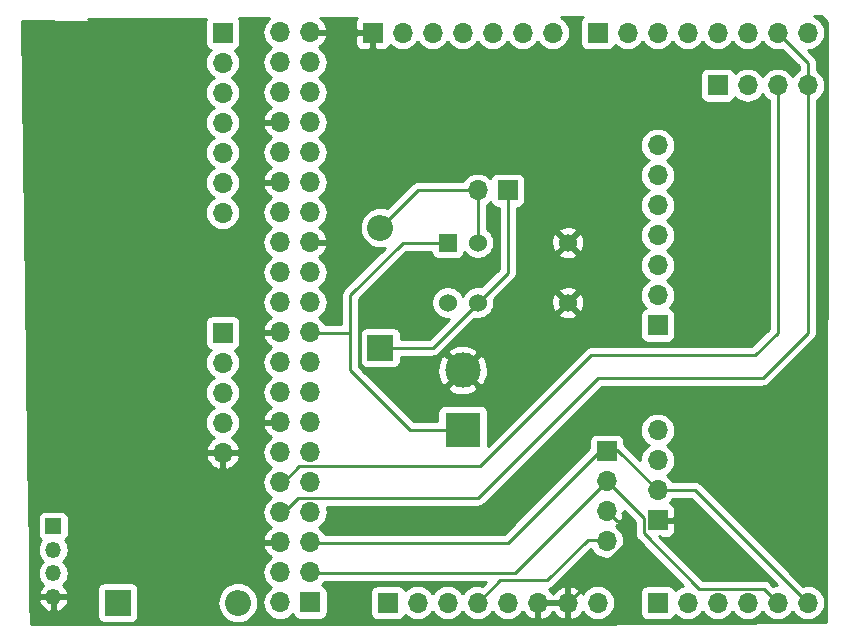
<source format=gbl>
G04 #@! TF.GenerationSoftware,KiCad,Pcbnew,(5.1.2)-2*
G04 #@! TF.CreationDate,2020-03-09T18:48:08+09:00*
G04 #@! TF.ProjectId,simpleRTK2BpiHAT,73696d70-6c65-4525-944b-324270694841,rev?*
G04 #@! TF.SameCoordinates,PX69db1f0PY7882d48*
G04 #@! TF.FileFunction,Copper,L2,Bot*
G04 #@! TF.FilePolarity,Positive*
%FSLAX46Y46*%
G04 Gerber Fmt 4.6, Leading zero omitted, Abs format (unit mm)*
G04 Created by KiCad (PCBNEW (5.1.2)-2) date 2020-03-09 18:48:08*
%MOMM*%
%LPD*%
G04 APERTURE LIST*
%ADD10O,1.700000X1.700000*%
%ADD11R,1.700000X1.700000*%
%ADD12O,1.350000X1.350000*%
%ADD13R,1.350000X1.350000*%
%ADD14C,3.000000*%
%ADD15R,3.000000X3.000000*%
%ADD16C,1.524000*%
%ADD17R,1.524000X1.524000*%
%ADD18O,2.200000X2.200000*%
%ADD19R,2.200000X2.200000*%
%ADD20C,0.250000*%
%ADD21C,0.254000*%
G04 APERTURE END LIST*
D10*
X63500000Y46355000D03*
X60960000Y46355000D03*
X58420000Y46355000D03*
D11*
X55880000Y46355000D03*
D10*
X13970000Y15240000D03*
X13970000Y17780000D03*
X13970000Y20320000D03*
X13970000Y22860000D03*
D11*
X13970000Y25400000D03*
D10*
X46482000Y7747000D03*
X46482000Y10287000D03*
X46482000Y12827000D03*
D11*
X46482000Y15367000D03*
X50800000Y2540000D03*
D10*
X53340000Y2540000D03*
X55880000Y2540000D03*
X58420000Y2540000D03*
X60960000Y2540000D03*
X63500000Y2540000D03*
X50800000Y17145000D03*
X50800000Y14605000D03*
X50800000Y12065000D03*
D11*
X50800000Y9525000D03*
D10*
X18821400Y50825400D03*
X21361400Y50825400D03*
X18821400Y48285400D03*
X21361400Y48285400D03*
X18821400Y45745400D03*
X21361400Y45745400D03*
X18821400Y43205400D03*
X21361400Y43205400D03*
X18821400Y40665400D03*
X21361400Y40665400D03*
X18821400Y38125400D03*
X21361400Y38125400D03*
X18821400Y35585400D03*
X21361400Y35585400D03*
X18821400Y33045400D03*
X21361400Y33045400D03*
X18821400Y30505400D03*
X21361400Y30505400D03*
X18821400Y27965400D03*
X21361400Y27965400D03*
X18821400Y25425400D03*
X21361400Y25425400D03*
X18821400Y22885400D03*
X21361400Y22885400D03*
X18821400Y20345400D03*
X21361400Y20345400D03*
X18821400Y17805400D03*
X21361400Y17805400D03*
X18821400Y15265400D03*
X21361400Y15265400D03*
X18821400Y12725400D03*
X21361400Y12725400D03*
X18821400Y10185400D03*
X21361400Y10185400D03*
X18821400Y7645400D03*
X21361400Y7645400D03*
X18821400Y5105400D03*
X21361400Y5105400D03*
X18821400Y2565400D03*
D11*
X21361400Y2565400D03*
D10*
X13970000Y35560000D03*
X13970000Y38100000D03*
X13970000Y40640000D03*
X13970000Y43180000D03*
X13970000Y45720000D03*
X13970000Y48260000D03*
D11*
X13970000Y50800000D03*
D12*
X-381000Y3017000D03*
X-381000Y5017000D03*
X-381000Y7017000D03*
D13*
X-381000Y9017000D03*
D10*
X50800000Y41275000D03*
X50800000Y38735000D03*
X50800000Y36195000D03*
X50800000Y33655000D03*
X50800000Y31115000D03*
X50800000Y28575000D03*
D11*
X50800000Y26035000D03*
D10*
X35560000Y37465000D03*
D11*
X38100000Y37465000D03*
D10*
X41910000Y50800000D03*
X39370000Y50800000D03*
X36830000Y50800000D03*
X34290000Y50800000D03*
X31750000Y50800000D03*
X29210000Y50800000D03*
D11*
X26670000Y50800000D03*
D10*
X63500000Y50800000D03*
X60960000Y50800000D03*
X58420000Y50800000D03*
X55880000Y50800000D03*
X53340000Y50800000D03*
X50800000Y50800000D03*
X48260000Y50800000D03*
D11*
X45720000Y50800000D03*
D10*
X45720000Y2540000D03*
X43180000Y2540000D03*
X40640000Y2540000D03*
X38100000Y2540000D03*
X35560000Y2540000D03*
X33020000Y2540000D03*
X30480000Y2540000D03*
D11*
X27940000Y2540000D03*
D14*
X34290000Y22225000D03*
D15*
X34290000Y17145000D03*
D16*
X43180000Y27940000D03*
X43180000Y33020000D03*
X35560000Y27940000D03*
X35560000Y33020000D03*
X33020000Y27940000D03*
D17*
X33020000Y33020000D03*
D18*
X27305000Y34290000D03*
D19*
X27305000Y24130000D03*
D18*
X15240000Y2540000D03*
D19*
X5080000Y2540000D03*
D20*
X38100000Y2692400D02*
X38100000Y2540000D01*
X47331999Y9437001D02*
X47839999Y9437001D01*
X46482000Y10287000D02*
X47331999Y9437001D01*
X47839999Y9437001D02*
X48514000Y8763000D01*
X48514000Y8039998D02*
X44792002Y4318000D01*
X48514000Y8763000D02*
X48514000Y8039998D01*
X44792002Y4152002D02*
X43180000Y2540000D01*
X44792002Y4318000D02*
X44792002Y4152002D01*
X37465000Y4445000D02*
X35560000Y2540000D01*
X41445000Y4445000D02*
X39497000Y4445000D01*
X44874000Y7874000D02*
X41445000Y4445000D01*
X45974000Y7874000D02*
X44874000Y7874000D01*
X39835000Y4445000D02*
X39497000Y4445000D01*
X39497000Y4445000D02*
X37465000Y4445000D01*
X35560000Y37465000D02*
X35560000Y33020000D01*
X30480000Y37465000D02*
X35560000Y37465000D01*
X27305000Y34290000D02*
X30480000Y37465000D01*
X31750000Y24130000D02*
X35560000Y27940000D01*
X27305000Y24130000D02*
X31750000Y24130000D01*
X38100000Y30480000D02*
X38100000Y37465000D01*
X35560000Y27940000D02*
X38100000Y30480000D01*
X29210000Y33020000D02*
X33020000Y33020000D01*
X21590000Y25400000D02*
X24765000Y25400000D01*
X24765000Y25400000D02*
X24765000Y22225000D01*
X24765000Y28575000D02*
X29210000Y33020000D01*
X24765000Y25400000D02*
X24765000Y28575000D01*
X29845000Y17145000D02*
X34290000Y17145000D01*
X24765000Y22225000D02*
X29845000Y17145000D01*
X20414999Y14064999D02*
X19050000Y12700000D01*
X35756599Y14064999D02*
X20414999Y14064999D01*
X45186600Y23495000D02*
X35756599Y14064999D01*
X59055000Y23495000D02*
X45186600Y23495000D01*
X60960000Y25400000D02*
X59055000Y23495000D01*
X60960000Y46355000D02*
X60960000Y25400000D01*
X19050000Y10160000D02*
X20320000Y11430000D01*
X63500000Y48260000D02*
X60960000Y50800000D01*
X45745400Y21590000D02*
X35585400Y11430000D01*
X59690000Y21590000D02*
X45745400Y21590000D01*
X63500000Y25400000D02*
X59690000Y21590000D01*
X20320000Y11430000D02*
X35585400Y11430000D01*
X63500000Y48260000D02*
X63500000Y46355000D01*
X63500000Y25400000D02*
X63500000Y46355000D01*
X38100000Y7620000D02*
X21590000Y7620000D01*
X45974000Y15494000D02*
X38100000Y7620000D01*
X47371000Y15494000D02*
X50800000Y12065000D01*
X53975000Y12065000D02*
X50800000Y12065000D01*
X63500000Y2540000D02*
X53975000Y12065000D01*
X60960000Y2692400D02*
X60960000Y2540000D01*
X60110001Y3389999D02*
X60960000Y2540000D01*
X59784999Y3715001D02*
X60110001Y3389999D01*
X38735000Y5080000D02*
X46482000Y12827000D01*
X21590000Y5080000D02*
X38735000Y5080000D01*
X54324997Y3715001D02*
X54958999Y3715001D01*
X49624999Y8414999D02*
X54324997Y3715001D01*
X49624999Y9684001D02*
X49624999Y8414999D01*
X46482000Y12827000D02*
X49624999Y9684001D01*
X54412001Y3715001D02*
X54958999Y3715001D01*
X54958999Y3715001D02*
X59784999Y3715001D01*
D21*
G36*
X65149468Y51702440D02*
G01*
X65024310Y888051D01*
X41343544Y710000D01*
X-2292709Y710000D01*
X-2321862Y2687600D01*
X-1648910Y2687600D01*
X-1618238Y2586472D01*
X-1510473Y2353371D01*
X-1359303Y2145773D01*
X-1170537Y1971656D01*
X-951430Y1837711D01*
X-710401Y1749085D01*
X-508000Y1871915D01*
X-508000Y2890000D01*
X-254000Y2890000D01*
X-254000Y1871915D01*
X-51599Y1749085D01*
X189430Y1837711D01*
X408537Y1971656D01*
X597303Y2145773D01*
X748473Y2353371D01*
X856238Y2586472D01*
X886910Y2687600D01*
X763224Y2890000D01*
X-254000Y2890000D01*
X-508000Y2890000D01*
X-1525224Y2890000D01*
X-1648910Y2687600D01*
X-2321862Y2687600D01*
X-2385686Y7017000D01*
X-1697338Y7017000D01*
X-1672045Y6760195D01*
X-1597138Y6513259D01*
X-1475495Y6285682D01*
X-1311792Y6086208D01*
X-1227461Y6017000D01*
X-1311792Y5947792D01*
X-1475495Y5748318D01*
X-1597138Y5520741D01*
X-1672045Y5273805D01*
X-1697338Y5017000D01*
X-1672045Y4760195D01*
X-1597138Y4513259D01*
X-1475495Y4285682D01*
X-1311792Y4086208D01*
X-1223352Y4013628D01*
X-1359303Y3888227D01*
X-1510473Y3680629D01*
X-1618238Y3447528D01*
X-1648910Y3346400D01*
X-1525224Y3144000D01*
X-508000Y3144000D01*
X-508000Y3164000D01*
X-254000Y3164000D01*
X-254000Y3144000D01*
X763224Y3144000D01*
X886910Y3346400D01*
X856238Y3447528D01*
X767257Y3640000D01*
X3341928Y3640000D01*
X3341928Y1440000D01*
X3354188Y1315518D01*
X3390498Y1195820D01*
X3449463Y1085506D01*
X3528815Y988815D01*
X3625506Y909463D01*
X3735820Y850498D01*
X3855518Y814188D01*
X3980000Y801928D01*
X6180000Y801928D01*
X6304482Y814188D01*
X6424180Y850498D01*
X6534494Y909463D01*
X6631185Y988815D01*
X6710537Y1085506D01*
X6769502Y1195820D01*
X6805812Y1315518D01*
X6818072Y1440000D01*
X6818072Y2540000D01*
X13496606Y2540000D01*
X13530105Y2199881D01*
X13629314Y1872832D01*
X13790421Y1571422D01*
X14007234Y1307234D01*
X14271422Y1090421D01*
X14572832Y929314D01*
X14899881Y830105D01*
X15154775Y805000D01*
X15325225Y805000D01*
X15580119Y830105D01*
X15907168Y929314D01*
X16208578Y1090421D01*
X16472766Y1307234D01*
X16689579Y1571422D01*
X16850686Y1872832D01*
X16949895Y2199881D01*
X16983394Y2540000D01*
X16949895Y2880119D01*
X16850686Y3207168D01*
X16689579Y3508578D01*
X16472766Y3772766D01*
X16208578Y3989579D01*
X15907168Y4150686D01*
X15580119Y4249895D01*
X15325225Y4275000D01*
X15154775Y4275000D01*
X14899881Y4249895D01*
X14572832Y4150686D01*
X14271422Y3989579D01*
X14007234Y3772766D01*
X13790421Y3508578D01*
X13629314Y3207168D01*
X13530105Y2880119D01*
X13496606Y2540000D01*
X6818072Y2540000D01*
X6818072Y3640000D01*
X6805812Y3764482D01*
X6769502Y3884180D01*
X6710537Y3994494D01*
X6631185Y4091185D01*
X6534494Y4170537D01*
X6424180Y4229502D01*
X6304482Y4265812D01*
X6180000Y4278072D01*
X3980000Y4278072D01*
X3855518Y4265812D01*
X3735820Y4229502D01*
X3625506Y4170537D01*
X3528815Y4091185D01*
X3449463Y3994494D01*
X3390498Y3884180D01*
X3354188Y3764482D01*
X3341928Y3640000D01*
X767257Y3640000D01*
X748473Y3680629D01*
X597303Y3888227D01*
X461352Y4013628D01*
X549792Y4086208D01*
X713495Y4285682D01*
X835138Y4513259D01*
X910045Y4760195D01*
X935338Y5017000D01*
X910045Y5273805D01*
X835138Y5520741D01*
X713495Y5748318D01*
X549792Y5947792D01*
X465461Y6017000D01*
X549792Y6086208D01*
X713495Y6285682D01*
X835138Y6513259D01*
X910045Y6760195D01*
X935338Y7017000D01*
X910045Y7273805D01*
X835138Y7520741D01*
X713495Y7748318D01*
X656369Y7817926D01*
X745185Y7890815D01*
X824537Y7987506D01*
X883502Y8097820D01*
X919812Y8217518D01*
X932072Y8342000D01*
X932072Y9692000D01*
X919812Y9816482D01*
X883502Y9936180D01*
X824537Y10046494D01*
X745185Y10143185D01*
X648494Y10222537D01*
X538180Y10281502D01*
X418482Y10317812D01*
X294000Y10330072D01*
X-1056000Y10330072D01*
X-1180482Y10317812D01*
X-1300180Y10281502D01*
X-1410494Y10222537D01*
X-1507185Y10143185D01*
X-1586537Y10046494D01*
X-1645502Y9936180D01*
X-1681812Y9816482D01*
X-1694072Y9692000D01*
X-1694072Y8342000D01*
X-1681812Y8217518D01*
X-1645502Y8097820D01*
X-1586537Y7987506D01*
X-1507185Y7890815D01*
X-1418369Y7817926D01*
X-1475495Y7748318D01*
X-1597138Y7520741D01*
X-1672045Y7273805D01*
X-1697338Y7017000D01*
X-2385686Y7017000D01*
X-2501647Y14883110D01*
X12528524Y14883110D01*
X12573175Y14735901D01*
X12698359Y14473080D01*
X12872412Y14239731D01*
X13088645Y14044822D01*
X13338748Y13895843D01*
X13613109Y13798519D01*
X13843000Y13919186D01*
X13843000Y15113000D01*
X14097000Y15113000D01*
X14097000Y13919186D01*
X14326891Y13798519D01*
X14601252Y13895843D01*
X14851355Y14044822D01*
X15067588Y14239731D01*
X15241641Y14473080D01*
X15366825Y14735901D01*
X15411476Y14883110D01*
X15290155Y15113000D01*
X14097000Y15113000D01*
X13843000Y15113000D01*
X12649845Y15113000D01*
X12528524Y14883110D01*
X-2501647Y14883110D01*
X-2619243Y22860000D01*
X12477815Y22860000D01*
X12506487Y22568889D01*
X12591401Y22288966D01*
X12729294Y22030986D01*
X12914866Y21804866D01*
X13140986Y21619294D01*
X13195791Y21590000D01*
X13140986Y21560706D01*
X12914866Y21375134D01*
X12729294Y21149014D01*
X12591401Y20891034D01*
X12506487Y20611111D01*
X12477815Y20320000D01*
X12506487Y20028889D01*
X12591401Y19748966D01*
X12729294Y19490986D01*
X12914866Y19264866D01*
X13140986Y19079294D01*
X13195791Y19050000D01*
X13140986Y19020706D01*
X12914866Y18835134D01*
X12729294Y18609014D01*
X12591401Y18351034D01*
X12506487Y18071111D01*
X12477815Y17780000D01*
X12506487Y17488889D01*
X12591401Y17208966D01*
X12729294Y16950986D01*
X12914866Y16724866D01*
X13140986Y16539294D01*
X13205523Y16504799D01*
X13088645Y16435178D01*
X12872412Y16240269D01*
X12698359Y16006920D01*
X12573175Y15744099D01*
X12528524Y15596890D01*
X12649845Y15367000D01*
X13843000Y15367000D01*
X13843000Y15387000D01*
X14097000Y15387000D01*
X14097000Y15367000D01*
X15290155Y15367000D01*
X15411476Y15596890D01*
X15366825Y15744099D01*
X15241641Y16006920D01*
X15067588Y16240269D01*
X14851355Y16435178D01*
X14734477Y16504799D01*
X14799014Y16539294D01*
X15025134Y16724866D01*
X15210706Y16950986D01*
X15348599Y17208966D01*
X15433513Y17488889D01*
X15462185Y17780000D01*
X15433513Y18071111D01*
X15348599Y18351034D01*
X15210706Y18609014D01*
X15025134Y18835134D01*
X14799014Y19020706D01*
X14744209Y19050000D01*
X14799014Y19079294D01*
X15025134Y19264866D01*
X15210706Y19490986D01*
X15348599Y19748966D01*
X15433513Y20028889D01*
X15462185Y20320000D01*
X15433513Y20611111D01*
X15348599Y20891034D01*
X15210706Y21149014D01*
X15025134Y21375134D01*
X14799014Y21560706D01*
X14744209Y21590000D01*
X14799014Y21619294D01*
X15025134Y21804866D01*
X15210706Y22030986D01*
X15348599Y22288966D01*
X15433513Y22568889D01*
X15462185Y22860000D01*
X15433513Y23151111D01*
X15348599Y23431034D01*
X15210706Y23689014D01*
X15025134Y23915134D01*
X14995313Y23939607D01*
X15064180Y23960498D01*
X15174494Y24019463D01*
X15271185Y24098815D01*
X15350537Y24195506D01*
X15409502Y24305820D01*
X15445812Y24425518D01*
X15458072Y24550000D01*
X15458072Y26250000D01*
X15445812Y26374482D01*
X15409502Y26494180D01*
X15350537Y26604494D01*
X15271185Y26701185D01*
X15174494Y26780537D01*
X15064180Y26839502D01*
X14944482Y26875812D01*
X14820000Y26888072D01*
X13120000Y26888072D01*
X12995518Y26875812D01*
X12875820Y26839502D01*
X12765506Y26780537D01*
X12668815Y26701185D01*
X12589463Y26604494D01*
X12530498Y26494180D01*
X12494188Y26374482D01*
X12481928Y26250000D01*
X12481928Y24550000D01*
X12494188Y24425518D01*
X12530498Y24305820D01*
X12589463Y24195506D01*
X12668815Y24098815D01*
X12765506Y24019463D01*
X12875820Y23960498D01*
X12944687Y23939607D01*
X12914866Y23915134D01*
X12729294Y23689014D01*
X12591401Y23431034D01*
X12506487Y23151111D01*
X12477815Y22860000D01*
X-2619243Y22860000D01*
X-3046071Y51813103D01*
X2537178Y51689031D01*
X2562003Y51690921D01*
X2585982Y51697617D01*
X2608194Y51708862D01*
X2627785Y51724224D01*
X2644003Y51743114D01*
X2656224Y51764804D01*
X2663979Y51788462D01*
X2666969Y51813178D01*
X2665079Y51838003D01*
X2658383Y51861982D01*
X2647138Y51884194D01*
X2631776Y51903785D01*
X2612886Y51920003D01*
X2591196Y51932224D01*
X2567550Y51939976D01*
X2533610Y51947518D01*
X12580361Y51987465D01*
X12530498Y51894180D01*
X12494188Y51774482D01*
X12481928Y51650000D01*
X12481928Y49950000D01*
X12494188Y49825518D01*
X12530498Y49705820D01*
X12589463Y49595506D01*
X12668815Y49498815D01*
X12765506Y49419463D01*
X12875820Y49360498D01*
X12944687Y49339607D01*
X12914866Y49315134D01*
X12729294Y49089014D01*
X12591401Y48831034D01*
X12506487Y48551111D01*
X12477815Y48260000D01*
X12506487Y47968889D01*
X12591401Y47688966D01*
X12729294Y47430986D01*
X12914866Y47204866D01*
X13140986Y47019294D01*
X13195791Y46990000D01*
X13140986Y46960706D01*
X12914866Y46775134D01*
X12729294Y46549014D01*
X12591401Y46291034D01*
X12506487Y46011111D01*
X12477815Y45720000D01*
X12506487Y45428889D01*
X12591401Y45148966D01*
X12729294Y44890986D01*
X12914866Y44664866D01*
X13140986Y44479294D01*
X13195791Y44450000D01*
X13140986Y44420706D01*
X12914866Y44235134D01*
X12729294Y44009014D01*
X12591401Y43751034D01*
X12506487Y43471111D01*
X12477815Y43180000D01*
X12506487Y42888889D01*
X12591401Y42608966D01*
X12729294Y42350986D01*
X12914866Y42124866D01*
X13140986Y41939294D01*
X13195791Y41910000D01*
X13140986Y41880706D01*
X12914866Y41695134D01*
X12729294Y41469014D01*
X12591401Y41211034D01*
X12506487Y40931111D01*
X12477815Y40640000D01*
X12506487Y40348889D01*
X12591401Y40068966D01*
X12729294Y39810986D01*
X12914866Y39584866D01*
X13140986Y39399294D01*
X13195791Y39370000D01*
X13140986Y39340706D01*
X12914866Y39155134D01*
X12729294Y38929014D01*
X12591401Y38671034D01*
X12506487Y38391111D01*
X12477815Y38100000D01*
X12506487Y37808889D01*
X12591401Y37528966D01*
X12729294Y37270986D01*
X12914866Y37044866D01*
X13140986Y36859294D01*
X13195791Y36830000D01*
X13140986Y36800706D01*
X12914866Y36615134D01*
X12729294Y36389014D01*
X12591401Y36131034D01*
X12506487Y35851111D01*
X12477815Y35560000D01*
X12506487Y35268889D01*
X12591401Y34988966D01*
X12729294Y34730986D01*
X12914866Y34504866D01*
X13140986Y34319294D01*
X13398966Y34181401D01*
X13678889Y34096487D01*
X13897050Y34075000D01*
X14042950Y34075000D01*
X14261111Y34096487D01*
X14541034Y34181401D01*
X14799014Y34319294D01*
X15025134Y34504866D01*
X15210706Y34730986D01*
X15348599Y34988966D01*
X15433513Y35268889D01*
X15462185Y35560000D01*
X15433513Y35851111D01*
X15348599Y36131034D01*
X15210706Y36389014D01*
X15025134Y36615134D01*
X14799014Y36800706D01*
X14744209Y36830000D01*
X14799014Y36859294D01*
X15025134Y37044866D01*
X15210706Y37270986D01*
X15348599Y37528966D01*
X15433513Y37808889D01*
X15462185Y38100000D01*
X15433513Y38391111D01*
X15348599Y38671034D01*
X15210706Y38929014D01*
X15025134Y39155134D01*
X14799014Y39340706D01*
X14744209Y39370000D01*
X14799014Y39399294D01*
X15025134Y39584866D01*
X15210706Y39810986D01*
X15348599Y40068966D01*
X15433513Y40348889D01*
X15462185Y40640000D01*
X15433513Y40931111D01*
X15348599Y41211034D01*
X15210706Y41469014D01*
X15025134Y41695134D01*
X14799014Y41880706D01*
X14744209Y41910000D01*
X14799014Y41939294D01*
X15025134Y42124866D01*
X15210706Y42350986D01*
X15348599Y42608966D01*
X15433513Y42888889D01*
X15462185Y43180000D01*
X15433513Y43471111D01*
X15348599Y43751034D01*
X15210706Y44009014D01*
X15025134Y44235134D01*
X14799014Y44420706D01*
X14744209Y44450000D01*
X14799014Y44479294D01*
X15025134Y44664866D01*
X15210706Y44890986D01*
X15348599Y45148966D01*
X15433513Y45428889D01*
X15462185Y45720000D01*
X15433513Y46011111D01*
X15348599Y46291034D01*
X15210706Y46549014D01*
X15025134Y46775134D01*
X14799014Y46960706D01*
X14744209Y46990000D01*
X14799014Y47019294D01*
X15025134Y47204866D01*
X15210706Y47430986D01*
X15348599Y47688966D01*
X15433513Y47968889D01*
X15462185Y48260000D01*
X15433513Y48551111D01*
X15348599Y48831034D01*
X15210706Y49089014D01*
X15025134Y49315134D01*
X14995313Y49339607D01*
X15064180Y49360498D01*
X15174494Y49419463D01*
X15271185Y49498815D01*
X15350537Y49595506D01*
X15409502Y49705820D01*
X15445812Y49825518D01*
X15458072Y49950000D01*
X15458072Y51650000D01*
X15445812Y51774482D01*
X15409502Y51894180D01*
X15353745Y51998493D01*
X17922444Y52008706D01*
X17766266Y51880534D01*
X17580694Y51654414D01*
X17442801Y51396434D01*
X17357887Y51116511D01*
X17329215Y50825400D01*
X17357887Y50534289D01*
X17442801Y50254366D01*
X17580694Y49996386D01*
X17766266Y49770266D01*
X17992386Y49584694D01*
X18047191Y49555400D01*
X17992386Y49526106D01*
X17766266Y49340534D01*
X17580694Y49114414D01*
X17442801Y48856434D01*
X17357887Y48576511D01*
X17329215Y48285400D01*
X17357887Y47994289D01*
X17442801Y47714366D01*
X17580694Y47456386D01*
X17766266Y47230266D01*
X17992386Y47044694D01*
X18047191Y47015400D01*
X17992386Y46986106D01*
X17766266Y46800534D01*
X17580694Y46574414D01*
X17442801Y46316434D01*
X17357887Y46036511D01*
X17329215Y45745400D01*
X17357887Y45454289D01*
X17442801Y45174366D01*
X17580694Y44916386D01*
X17766266Y44690266D01*
X17992386Y44504694D01*
X18056923Y44470199D01*
X17940045Y44400578D01*
X17723812Y44205669D01*
X17549759Y43972320D01*
X17424575Y43709499D01*
X17379924Y43562290D01*
X17501245Y43332400D01*
X18694400Y43332400D01*
X18694400Y43352400D01*
X18948400Y43352400D01*
X18948400Y43332400D01*
X18968400Y43332400D01*
X18968400Y43078400D01*
X18948400Y43078400D01*
X18948400Y43058400D01*
X18694400Y43058400D01*
X18694400Y43078400D01*
X17501245Y43078400D01*
X17379924Y42848510D01*
X17424575Y42701301D01*
X17549759Y42438480D01*
X17723812Y42205131D01*
X17940045Y42010222D01*
X18056923Y41940601D01*
X17992386Y41906106D01*
X17766266Y41720534D01*
X17580694Y41494414D01*
X17442801Y41236434D01*
X17357887Y40956511D01*
X17329215Y40665400D01*
X17357887Y40374289D01*
X17442801Y40094366D01*
X17580694Y39836386D01*
X17766266Y39610266D01*
X17992386Y39424694D01*
X18056923Y39390199D01*
X17940045Y39320578D01*
X17723812Y39125669D01*
X17549759Y38892320D01*
X17424575Y38629499D01*
X17379924Y38482290D01*
X17501245Y38252400D01*
X18694400Y38252400D01*
X18694400Y38272400D01*
X18948400Y38272400D01*
X18948400Y38252400D01*
X18968400Y38252400D01*
X18968400Y37998400D01*
X18948400Y37998400D01*
X18948400Y37978400D01*
X18694400Y37978400D01*
X18694400Y37998400D01*
X17501245Y37998400D01*
X17379924Y37768510D01*
X17424575Y37621301D01*
X17549759Y37358480D01*
X17723812Y37125131D01*
X17940045Y36930222D01*
X18056923Y36860601D01*
X17992386Y36826106D01*
X17766266Y36640534D01*
X17580694Y36414414D01*
X17442801Y36156434D01*
X17357887Y35876511D01*
X17329215Y35585400D01*
X17357887Y35294289D01*
X17442801Y35014366D01*
X17580694Y34756386D01*
X17766266Y34530266D01*
X17992386Y34344694D01*
X18047191Y34315400D01*
X17992386Y34286106D01*
X17766266Y34100534D01*
X17580694Y33874414D01*
X17442801Y33616434D01*
X17357887Y33336511D01*
X17329215Y33045400D01*
X17357887Y32754289D01*
X17442801Y32474366D01*
X17580694Y32216386D01*
X17766266Y31990266D01*
X17992386Y31804694D01*
X18047191Y31775400D01*
X17992386Y31746106D01*
X17766266Y31560534D01*
X17580694Y31334414D01*
X17442801Y31076434D01*
X17357887Y30796511D01*
X17329215Y30505400D01*
X17357887Y30214289D01*
X17442801Y29934366D01*
X17580694Y29676386D01*
X17766266Y29450266D01*
X17992386Y29264694D01*
X18047191Y29235400D01*
X17992386Y29206106D01*
X17766266Y29020534D01*
X17580694Y28794414D01*
X17442801Y28536434D01*
X17357887Y28256511D01*
X17329215Y27965400D01*
X17357887Y27674289D01*
X17442801Y27394366D01*
X17580694Y27136386D01*
X17766266Y26910266D01*
X17992386Y26724694D01*
X18056923Y26690199D01*
X17940045Y26620578D01*
X17723812Y26425669D01*
X17549759Y26192320D01*
X17424575Y25929499D01*
X17379924Y25782290D01*
X17501245Y25552400D01*
X18694400Y25552400D01*
X18694400Y25572400D01*
X18948400Y25572400D01*
X18948400Y25552400D01*
X18968400Y25552400D01*
X18968400Y25298400D01*
X18948400Y25298400D01*
X18948400Y25278400D01*
X18694400Y25278400D01*
X18694400Y25298400D01*
X17501245Y25298400D01*
X17379924Y25068510D01*
X17424575Y24921301D01*
X17549759Y24658480D01*
X17723812Y24425131D01*
X17940045Y24230222D01*
X18056923Y24160601D01*
X17992386Y24126106D01*
X17766266Y23940534D01*
X17580694Y23714414D01*
X17442801Y23456434D01*
X17357887Y23176511D01*
X17329215Y22885400D01*
X17357887Y22594289D01*
X17442801Y22314366D01*
X17580694Y22056386D01*
X17766266Y21830266D01*
X17992386Y21644694D01*
X18047191Y21615400D01*
X17992386Y21586106D01*
X17766266Y21400534D01*
X17580694Y21174414D01*
X17442801Y20916434D01*
X17357887Y20636511D01*
X17329215Y20345400D01*
X17357887Y20054289D01*
X17442801Y19774366D01*
X17580694Y19516386D01*
X17766266Y19290266D01*
X17992386Y19104694D01*
X18056923Y19070199D01*
X17940045Y19000578D01*
X17723812Y18805669D01*
X17549759Y18572320D01*
X17424575Y18309499D01*
X17379924Y18162290D01*
X17501245Y17932400D01*
X18694400Y17932400D01*
X18694400Y17952400D01*
X18948400Y17952400D01*
X18948400Y17932400D01*
X18968400Y17932400D01*
X18968400Y17678400D01*
X18948400Y17678400D01*
X18948400Y17658400D01*
X18694400Y17658400D01*
X18694400Y17678400D01*
X17501245Y17678400D01*
X17379924Y17448510D01*
X17424575Y17301301D01*
X17549759Y17038480D01*
X17723812Y16805131D01*
X17940045Y16610222D01*
X18056923Y16540601D01*
X17992386Y16506106D01*
X17766266Y16320534D01*
X17580694Y16094414D01*
X17442801Y15836434D01*
X17357887Y15556511D01*
X17329215Y15265400D01*
X17357887Y14974289D01*
X17442801Y14694366D01*
X17580694Y14436386D01*
X17766266Y14210266D01*
X17992386Y14024694D01*
X18047191Y13995400D01*
X17992386Y13966106D01*
X17766266Y13780534D01*
X17580694Y13554414D01*
X17442801Y13296434D01*
X17357887Y13016511D01*
X17329215Y12725400D01*
X17357887Y12434289D01*
X17442801Y12154366D01*
X17580694Y11896386D01*
X17766266Y11670266D01*
X17992386Y11484694D01*
X18047191Y11455400D01*
X17992386Y11426106D01*
X17766266Y11240534D01*
X17580694Y11014414D01*
X17442801Y10756434D01*
X17357887Y10476511D01*
X17329215Y10185400D01*
X17357887Y9894289D01*
X17442801Y9614366D01*
X17580694Y9356386D01*
X17766266Y9130266D01*
X17992386Y8944694D01*
X18056923Y8910199D01*
X17940045Y8840578D01*
X17723812Y8645669D01*
X17549759Y8412320D01*
X17424575Y8149499D01*
X17379924Y8002290D01*
X17501245Y7772400D01*
X18694400Y7772400D01*
X18694400Y7792400D01*
X18948400Y7792400D01*
X18948400Y7772400D01*
X18968400Y7772400D01*
X18968400Y7518400D01*
X18948400Y7518400D01*
X18948400Y7498400D01*
X18694400Y7498400D01*
X18694400Y7518400D01*
X17501245Y7518400D01*
X17379924Y7288510D01*
X17424575Y7141301D01*
X17549759Y6878480D01*
X17723812Y6645131D01*
X17940045Y6450222D01*
X18056923Y6380601D01*
X17992386Y6346106D01*
X17766266Y6160534D01*
X17580694Y5934414D01*
X17442801Y5676434D01*
X17357887Y5396511D01*
X17329215Y5105400D01*
X17357887Y4814289D01*
X17442801Y4534366D01*
X17580694Y4276386D01*
X17766266Y4050266D01*
X17992386Y3864694D01*
X18047191Y3835400D01*
X17992386Y3806106D01*
X17766266Y3620534D01*
X17580694Y3394414D01*
X17442801Y3136434D01*
X17357887Y2856511D01*
X17329215Y2565400D01*
X17357887Y2274289D01*
X17442801Y1994366D01*
X17580694Y1736386D01*
X17766266Y1510266D01*
X17992386Y1324694D01*
X18250366Y1186801D01*
X18530289Y1101887D01*
X18748450Y1080400D01*
X18894350Y1080400D01*
X19112511Y1101887D01*
X19392434Y1186801D01*
X19650414Y1324694D01*
X19876534Y1510266D01*
X19901007Y1540087D01*
X19921898Y1471220D01*
X19980863Y1360906D01*
X20060215Y1264215D01*
X20156906Y1184863D01*
X20267220Y1125898D01*
X20386918Y1089588D01*
X20511400Y1077328D01*
X22211400Y1077328D01*
X22335882Y1089588D01*
X22455580Y1125898D01*
X22565894Y1184863D01*
X22662585Y1264215D01*
X22741937Y1360906D01*
X22800902Y1471220D01*
X22837212Y1590918D01*
X22849472Y1715400D01*
X22849472Y3415400D01*
X22837212Y3539882D01*
X22800902Y3659580D01*
X22741937Y3769894D01*
X22662585Y3866585D01*
X22565894Y3945937D01*
X22455580Y4004902D01*
X22386713Y4025793D01*
X22416534Y4050266D01*
X22602106Y4276386D01*
X22625418Y4320000D01*
X36265198Y4320000D01*
X35925995Y3980797D01*
X35851111Y4003513D01*
X35632950Y4025000D01*
X35487050Y4025000D01*
X35268889Y4003513D01*
X34988966Y3918599D01*
X34730986Y3780706D01*
X34504866Y3595134D01*
X34319294Y3369014D01*
X34290000Y3314209D01*
X34260706Y3369014D01*
X34075134Y3595134D01*
X33849014Y3780706D01*
X33591034Y3918599D01*
X33311111Y4003513D01*
X33092950Y4025000D01*
X32947050Y4025000D01*
X32728889Y4003513D01*
X32448966Y3918599D01*
X32190986Y3780706D01*
X31964866Y3595134D01*
X31779294Y3369014D01*
X31750000Y3314209D01*
X31720706Y3369014D01*
X31535134Y3595134D01*
X31309014Y3780706D01*
X31051034Y3918599D01*
X30771111Y4003513D01*
X30552950Y4025000D01*
X30407050Y4025000D01*
X30188889Y4003513D01*
X29908966Y3918599D01*
X29650986Y3780706D01*
X29424866Y3595134D01*
X29400393Y3565313D01*
X29379502Y3634180D01*
X29320537Y3744494D01*
X29241185Y3841185D01*
X29144494Y3920537D01*
X29034180Y3979502D01*
X28914482Y4015812D01*
X28790000Y4028072D01*
X27090000Y4028072D01*
X26965518Y4015812D01*
X26845820Y3979502D01*
X26735506Y3920537D01*
X26638815Y3841185D01*
X26559463Y3744494D01*
X26500498Y3634180D01*
X26464188Y3514482D01*
X26451928Y3390000D01*
X26451928Y1690000D01*
X26464188Y1565518D01*
X26500498Y1445820D01*
X26559463Y1335506D01*
X26638815Y1238815D01*
X26735506Y1159463D01*
X26845820Y1100498D01*
X26965518Y1064188D01*
X27090000Y1051928D01*
X28790000Y1051928D01*
X28914482Y1064188D01*
X29034180Y1100498D01*
X29144494Y1159463D01*
X29241185Y1238815D01*
X29320537Y1335506D01*
X29379502Y1445820D01*
X29400393Y1514687D01*
X29424866Y1484866D01*
X29650986Y1299294D01*
X29908966Y1161401D01*
X30188889Y1076487D01*
X30407050Y1055000D01*
X30552950Y1055000D01*
X30771111Y1076487D01*
X31051034Y1161401D01*
X31309014Y1299294D01*
X31535134Y1484866D01*
X31720706Y1710986D01*
X31750000Y1765791D01*
X31779294Y1710986D01*
X31964866Y1484866D01*
X32190986Y1299294D01*
X32448966Y1161401D01*
X32728889Y1076487D01*
X32947050Y1055000D01*
X33092950Y1055000D01*
X33311111Y1076487D01*
X33591034Y1161401D01*
X33849014Y1299294D01*
X34075134Y1484866D01*
X34260706Y1710986D01*
X34290000Y1765791D01*
X34319294Y1710986D01*
X34504866Y1484866D01*
X34730986Y1299294D01*
X34988966Y1161401D01*
X35268889Y1076487D01*
X35487050Y1055000D01*
X35632950Y1055000D01*
X35851111Y1076487D01*
X36131034Y1161401D01*
X36389014Y1299294D01*
X36615134Y1484866D01*
X36800706Y1710986D01*
X36830000Y1765791D01*
X36859294Y1710986D01*
X37044866Y1484866D01*
X37270986Y1299294D01*
X37528966Y1161401D01*
X37808889Y1076487D01*
X38027050Y1055000D01*
X38172950Y1055000D01*
X38391111Y1076487D01*
X38671034Y1161401D01*
X38929014Y1299294D01*
X39155134Y1484866D01*
X39340706Y1710986D01*
X39375201Y1775523D01*
X39444822Y1658645D01*
X39639731Y1442412D01*
X39873080Y1268359D01*
X40135901Y1143175D01*
X40283110Y1098524D01*
X40513000Y1219845D01*
X40513000Y2413000D01*
X40767000Y2413000D01*
X40767000Y1219845D01*
X40996890Y1098524D01*
X41144099Y1143175D01*
X41406920Y1268359D01*
X41640269Y1442412D01*
X41835178Y1658645D01*
X41910000Y1784255D01*
X41984822Y1658645D01*
X42179731Y1442412D01*
X42413080Y1268359D01*
X42675901Y1143175D01*
X42823110Y1098524D01*
X43053000Y1219845D01*
X43053000Y2413000D01*
X40767000Y2413000D01*
X40513000Y2413000D01*
X40493000Y2413000D01*
X40493000Y2667000D01*
X40513000Y2667000D01*
X40513000Y2687000D01*
X40767000Y2687000D01*
X40767000Y2667000D01*
X43053000Y2667000D01*
X43053000Y3860155D01*
X43307000Y3860155D01*
X43307000Y2667000D01*
X43327000Y2667000D01*
X43327000Y2413000D01*
X43307000Y2413000D01*
X43307000Y1219845D01*
X43536890Y1098524D01*
X43684099Y1143175D01*
X43946920Y1268359D01*
X44180269Y1442412D01*
X44375178Y1658645D01*
X44444799Y1775523D01*
X44479294Y1710986D01*
X44664866Y1484866D01*
X44890986Y1299294D01*
X45148966Y1161401D01*
X45428889Y1076487D01*
X45647050Y1055000D01*
X45792950Y1055000D01*
X46011111Y1076487D01*
X46291034Y1161401D01*
X46549014Y1299294D01*
X46775134Y1484866D01*
X46960706Y1710986D01*
X47098599Y1968966D01*
X47183513Y2248889D01*
X47212185Y2540000D01*
X47183513Y2831111D01*
X47098599Y3111034D01*
X46960706Y3369014D01*
X46775134Y3595134D01*
X46549014Y3780706D01*
X46291034Y3918599D01*
X46011111Y4003513D01*
X45792950Y4025000D01*
X45647050Y4025000D01*
X45428889Y4003513D01*
X45148966Y3918599D01*
X44890986Y3780706D01*
X44664866Y3595134D01*
X44479294Y3369014D01*
X44444799Y3304477D01*
X44375178Y3421355D01*
X44180269Y3637588D01*
X43946920Y3811641D01*
X43684099Y3936825D01*
X43536890Y3981476D01*
X43307000Y3860155D01*
X43053000Y3860155D01*
X42823110Y3981476D01*
X42675901Y3936825D01*
X42413080Y3811641D01*
X42179731Y3637588D01*
X41984822Y3421355D01*
X41910000Y3295745D01*
X41835178Y3421355D01*
X41640269Y3637588D01*
X41565697Y3693211D01*
X41593986Y3695997D01*
X41737247Y3739454D01*
X41869276Y3810026D01*
X41985001Y3904999D01*
X42008804Y3934003D01*
X45154733Y7079931D01*
X45241294Y6917986D01*
X45426866Y6691866D01*
X45652986Y6506294D01*
X45910966Y6368401D01*
X46190889Y6283487D01*
X46409050Y6262000D01*
X46554950Y6262000D01*
X46773111Y6283487D01*
X47053034Y6368401D01*
X47311014Y6506294D01*
X47537134Y6691866D01*
X47722706Y6917986D01*
X47860599Y7175966D01*
X47945513Y7455889D01*
X47974185Y7747000D01*
X47945513Y8038111D01*
X47860599Y8318034D01*
X47722706Y8576014D01*
X47537134Y8802134D01*
X47311014Y8987706D01*
X47246477Y9022201D01*
X47363355Y9091822D01*
X47579588Y9286731D01*
X47753641Y9520080D01*
X47878825Y9782901D01*
X47923476Y9930110D01*
X47802156Y10159998D01*
X47967000Y10159998D01*
X47967000Y10267199D01*
X48864999Y9369199D01*
X48865000Y8452331D01*
X48861323Y8414999D01*
X48865000Y8377666D01*
X48872820Y8298275D01*
X48875997Y8266014D01*
X48919453Y8122753D01*
X48990025Y7990723D01*
X49054430Y7912246D01*
X49084999Y7874998D01*
X49113997Y7851200D01*
X52981980Y3983216D01*
X52768966Y3918599D01*
X52510986Y3780706D01*
X52284866Y3595134D01*
X52260393Y3565313D01*
X52239502Y3634180D01*
X52180537Y3744494D01*
X52101185Y3841185D01*
X52004494Y3920537D01*
X51894180Y3979502D01*
X51774482Y4015812D01*
X51650000Y4028072D01*
X49950000Y4028072D01*
X49825518Y4015812D01*
X49705820Y3979502D01*
X49595506Y3920537D01*
X49498815Y3841185D01*
X49419463Y3744494D01*
X49360498Y3634180D01*
X49324188Y3514482D01*
X49311928Y3390000D01*
X49311928Y1690000D01*
X49324188Y1565518D01*
X49360498Y1445820D01*
X49419463Y1335506D01*
X49498815Y1238815D01*
X49595506Y1159463D01*
X49705820Y1100498D01*
X49825518Y1064188D01*
X49950000Y1051928D01*
X51650000Y1051928D01*
X51774482Y1064188D01*
X51894180Y1100498D01*
X52004494Y1159463D01*
X52101185Y1238815D01*
X52180537Y1335506D01*
X52239502Y1445820D01*
X52260393Y1514687D01*
X52284866Y1484866D01*
X52510986Y1299294D01*
X52768966Y1161401D01*
X53048889Y1076487D01*
X53267050Y1055000D01*
X53412950Y1055000D01*
X53631111Y1076487D01*
X53911034Y1161401D01*
X54169014Y1299294D01*
X54395134Y1484866D01*
X54580706Y1710986D01*
X54610000Y1765791D01*
X54639294Y1710986D01*
X54824866Y1484866D01*
X55050986Y1299294D01*
X55308966Y1161401D01*
X55588889Y1076487D01*
X55807050Y1055000D01*
X55952950Y1055000D01*
X56171111Y1076487D01*
X56451034Y1161401D01*
X56709014Y1299294D01*
X56935134Y1484866D01*
X57120706Y1710986D01*
X57150000Y1765791D01*
X57179294Y1710986D01*
X57364866Y1484866D01*
X57590986Y1299294D01*
X57848966Y1161401D01*
X58128889Y1076487D01*
X58347050Y1055000D01*
X58492950Y1055000D01*
X58711111Y1076487D01*
X58991034Y1161401D01*
X59249014Y1299294D01*
X59475134Y1484866D01*
X59660706Y1710986D01*
X59690000Y1765791D01*
X59719294Y1710986D01*
X59904866Y1484866D01*
X60130986Y1299294D01*
X60388966Y1161401D01*
X60668889Y1076487D01*
X60887050Y1055000D01*
X61032950Y1055000D01*
X61251111Y1076487D01*
X61531034Y1161401D01*
X61789014Y1299294D01*
X62015134Y1484866D01*
X62200706Y1710986D01*
X62230000Y1765791D01*
X62259294Y1710986D01*
X62444866Y1484866D01*
X62670986Y1299294D01*
X62928966Y1161401D01*
X63208889Y1076487D01*
X63427050Y1055000D01*
X63572950Y1055000D01*
X63791111Y1076487D01*
X64071034Y1161401D01*
X64329014Y1299294D01*
X64555134Y1484866D01*
X64740706Y1710986D01*
X64878599Y1968966D01*
X64963513Y2248889D01*
X64992185Y2540000D01*
X64963513Y2831111D01*
X64878599Y3111034D01*
X64740706Y3369014D01*
X64555134Y3595134D01*
X64329014Y3780706D01*
X64071034Y3918599D01*
X63791111Y4003513D01*
X63572950Y4025000D01*
X63427050Y4025000D01*
X63208889Y4003513D01*
X63134005Y3980797D01*
X54538804Y12575997D01*
X54515001Y12605001D01*
X54399276Y12699974D01*
X54267247Y12770546D01*
X54123986Y12814003D01*
X54012333Y12825000D01*
X54012322Y12825000D01*
X53975000Y12828676D01*
X53937678Y12825000D01*
X52077595Y12825000D01*
X52040706Y12894014D01*
X51855134Y13120134D01*
X51629014Y13305706D01*
X51574209Y13335000D01*
X51629014Y13364294D01*
X51855134Y13549866D01*
X52040706Y13775986D01*
X52178599Y14033966D01*
X52263513Y14313889D01*
X52292185Y14605000D01*
X52263513Y14896111D01*
X52178599Y15176034D01*
X52040706Y15434014D01*
X51855134Y15660134D01*
X51629014Y15845706D01*
X51574209Y15875000D01*
X51629014Y15904294D01*
X51855134Y16089866D01*
X52040706Y16315986D01*
X52178599Y16573966D01*
X52263513Y16853889D01*
X52292185Y17145000D01*
X52263513Y17436111D01*
X52178599Y17716034D01*
X52040706Y17974014D01*
X51855134Y18200134D01*
X51629014Y18385706D01*
X51371034Y18523599D01*
X51091111Y18608513D01*
X50872950Y18630000D01*
X50727050Y18630000D01*
X50508889Y18608513D01*
X50228966Y18523599D01*
X49970986Y18385706D01*
X49744866Y18200134D01*
X49559294Y17974014D01*
X49421401Y17716034D01*
X49336487Y17436111D01*
X49307815Y17145000D01*
X49336487Y16853889D01*
X49421401Y16573966D01*
X49559294Y16315986D01*
X49744866Y16089866D01*
X49970986Y15904294D01*
X50025791Y15875000D01*
X49970986Y15845706D01*
X49744866Y15660134D01*
X49559294Y15434014D01*
X49421401Y15176034D01*
X49336487Y14896111D01*
X49310235Y14629567D01*
X47970072Y15969729D01*
X47970072Y16217000D01*
X47957812Y16341482D01*
X47921502Y16461180D01*
X47862537Y16571494D01*
X47783185Y16668185D01*
X47686494Y16747537D01*
X47576180Y16806502D01*
X47456482Y16842812D01*
X47332000Y16855072D01*
X45632000Y16855072D01*
X45507518Y16842812D01*
X45387820Y16806502D01*
X45277506Y16747537D01*
X45180815Y16668185D01*
X45101463Y16571494D01*
X45042498Y16461180D01*
X45006188Y16341482D01*
X44993928Y16217000D01*
X44993928Y15588730D01*
X37785199Y8380000D01*
X22652571Y8380000D01*
X22602106Y8474414D01*
X22416534Y8700534D01*
X22190414Y8886106D01*
X22135609Y8915400D01*
X22190414Y8944694D01*
X22416534Y9130266D01*
X22602106Y9356386D01*
X22739999Y9614366D01*
X22824913Y9894289D01*
X22853585Y10185400D01*
X22824913Y10476511D01*
X22766219Y10670000D01*
X35548078Y10670000D01*
X35585400Y10666324D01*
X35622722Y10670000D01*
X35622733Y10670000D01*
X35734386Y10680997D01*
X35877647Y10724454D01*
X36009676Y10795026D01*
X36125401Y10889999D01*
X36149204Y10919003D01*
X46060202Y20830000D01*
X59652678Y20830000D01*
X59690000Y20826324D01*
X59727322Y20830000D01*
X59727333Y20830000D01*
X59838986Y20840997D01*
X59982247Y20884454D01*
X60114276Y20955026D01*
X60230001Y21049999D01*
X60253804Y21079003D01*
X64011004Y24836202D01*
X64040001Y24859999D01*
X64134974Y24975724D01*
X64205546Y25107753D01*
X64249003Y25251014D01*
X64260000Y25362667D01*
X64260000Y25362675D01*
X64263676Y25400000D01*
X64260000Y25437325D01*
X64260000Y45077405D01*
X64329014Y45114294D01*
X64555134Y45299866D01*
X64740706Y45525986D01*
X64878599Y45783966D01*
X64963513Y46063889D01*
X64992185Y46355000D01*
X64963513Y46646111D01*
X64878599Y46926034D01*
X64740706Y47184014D01*
X64555134Y47410134D01*
X64329014Y47595706D01*
X64260000Y47632595D01*
X64260000Y48222678D01*
X64263676Y48260001D01*
X64260000Y48297324D01*
X64260000Y48297333D01*
X64249003Y48408986D01*
X64205546Y48552247D01*
X64134974Y48684276D01*
X64121811Y48700315D01*
X64063799Y48771004D01*
X64063795Y48771008D01*
X64040001Y48800001D01*
X64011009Y48823794D01*
X63519803Y49315000D01*
X63572950Y49315000D01*
X63791111Y49336487D01*
X64071034Y49421401D01*
X64329014Y49559294D01*
X64555134Y49744866D01*
X64740706Y49970986D01*
X64878599Y50228966D01*
X64963513Y50508889D01*
X64992185Y50800000D01*
X64963513Y51091111D01*
X64878599Y51371034D01*
X64740706Y51629014D01*
X64555134Y51855134D01*
X64329014Y52040706D01*
X64071034Y52178599D01*
X64026777Y52192024D01*
X64657377Y52194532D01*
X65149468Y51702440D01*
X65149468Y51702440D01*
G37*
X65149468Y51702440D02*
X65024310Y888051D01*
X41343544Y710000D01*
X-2292709Y710000D01*
X-2321862Y2687600D01*
X-1648910Y2687600D01*
X-1618238Y2586472D01*
X-1510473Y2353371D01*
X-1359303Y2145773D01*
X-1170537Y1971656D01*
X-951430Y1837711D01*
X-710401Y1749085D01*
X-508000Y1871915D01*
X-508000Y2890000D01*
X-254000Y2890000D01*
X-254000Y1871915D01*
X-51599Y1749085D01*
X189430Y1837711D01*
X408537Y1971656D01*
X597303Y2145773D01*
X748473Y2353371D01*
X856238Y2586472D01*
X886910Y2687600D01*
X763224Y2890000D01*
X-254000Y2890000D01*
X-508000Y2890000D01*
X-1525224Y2890000D01*
X-1648910Y2687600D01*
X-2321862Y2687600D01*
X-2385686Y7017000D01*
X-1697338Y7017000D01*
X-1672045Y6760195D01*
X-1597138Y6513259D01*
X-1475495Y6285682D01*
X-1311792Y6086208D01*
X-1227461Y6017000D01*
X-1311792Y5947792D01*
X-1475495Y5748318D01*
X-1597138Y5520741D01*
X-1672045Y5273805D01*
X-1697338Y5017000D01*
X-1672045Y4760195D01*
X-1597138Y4513259D01*
X-1475495Y4285682D01*
X-1311792Y4086208D01*
X-1223352Y4013628D01*
X-1359303Y3888227D01*
X-1510473Y3680629D01*
X-1618238Y3447528D01*
X-1648910Y3346400D01*
X-1525224Y3144000D01*
X-508000Y3144000D01*
X-508000Y3164000D01*
X-254000Y3164000D01*
X-254000Y3144000D01*
X763224Y3144000D01*
X886910Y3346400D01*
X856238Y3447528D01*
X767257Y3640000D01*
X3341928Y3640000D01*
X3341928Y1440000D01*
X3354188Y1315518D01*
X3390498Y1195820D01*
X3449463Y1085506D01*
X3528815Y988815D01*
X3625506Y909463D01*
X3735820Y850498D01*
X3855518Y814188D01*
X3980000Y801928D01*
X6180000Y801928D01*
X6304482Y814188D01*
X6424180Y850498D01*
X6534494Y909463D01*
X6631185Y988815D01*
X6710537Y1085506D01*
X6769502Y1195820D01*
X6805812Y1315518D01*
X6818072Y1440000D01*
X6818072Y2540000D01*
X13496606Y2540000D01*
X13530105Y2199881D01*
X13629314Y1872832D01*
X13790421Y1571422D01*
X14007234Y1307234D01*
X14271422Y1090421D01*
X14572832Y929314D01*
X14899881Y830105D01*
X15154775Y805000D01*
X15325225Y805000D01*
X15580119Y830105D01*
X15907168Y929314D01*
X16208578Y1090421D01*
X16472766Y1307234D01*
X16689579Y1571422D01*
X16850686Y1872832D01*
X16949895Y2199881D01*
X16983394Y2540000D01*
X16949895Y2880119D01*
X16850686Y3207168D01*
X16689579Y3508578D01*
X16472766Y3772766D01*
X16208578Y3989579D01*
X15907168Y4150686D01*
X15580119Y4249895D01*
X15325225Y4275000D01*
X15154775Y4275000D01*
X14899881Y4249895D01*
X14572832Y4150686D01*
X14271422Y3989579D01*
X14007234Y3772766D01*
X13790421Y3508578D01*
X13629314Y3207168D01*
X13530105Y2880119D01*
X13496606Y2540000D01*
X6818072Y2540000D01*
X6818072Y3640000D01*
X6805812Y3764482D01*
X6769502Y3884180D01*
X6710537Y3994494D01*
X6631185Y4091185D01*
X6534494Y4170537D01*
X6424180Y4229502D01*
X6304482Y4265812D01*
X6180000Y4278072D01*
X3980000Y4278072D01*
X3855518Y4265812D01*
X3735820Y4229502D01*
X3625506Y4170537D01*
X3528815Y4091185D01*
X3449463Y3994494D01*
X3390498Y3884180D01*
X3354188Y3764482D01*
X3341928Y3640000D01*
X767257Y3640000D01*
X748473Y3680629D01*
X597303Y3888227D01*
X461352Y4013628D01*
X549792Y4086208D01*
X713495Y4285682D01*
X835138Y4513259D01*
X910045Y4760195D01*
X935338Y5017000D01*
X910045Y5273805D01*
X835138Y5520741D01*
X713495Y5748318D01*
X549792Y5947792D01*
X465461Y6017000D01*
X549792Y6086208D01*
X713495Y6285682D01*
X835138Y6513259D01*
X910045Y6760195D01*
X935338Y7017000D01*
X910045Y7273805D01*
X835138Y7520741D01*
X713495Y7748318D01*
X656369Y7817926D01*
X745185Y7890815D01*
X824537Y7987506D01*
X883502Y8097820D01*
X919812Y8217518D01*
X932072Y8342000D01*
X932072Y9692000D01*
X919812Y9816482D01*
X883502Y9936180D01*
X824537Y10046494D01*
X745185Y10143185D01*
X648494Y10222537D01*
X538180Y10281502D01*
X418482Y10317812D01*
X294000Y10330072D01*
X-1056000Y10330072D01*
X-1180482Y10317812D01*
X-1300180Y10281502D01*
X-1410494Y10222537D01*
X-1507185Y10143185D01*
X-1586537Y10046494D01*
X-1645502Y9936180D01*
X-1681812Y9816482D01*
X-1694072Y9692000D01*
X-1694072Y8342000D01*
X-1681812Y8217518D01*
X-1645502Y8097820D01*
X-1586537Y7987506D01*
X-1507185Y7890815D01*
X-1418369Y7817926D01*
X-1475495Y7748318D01*
X-1597138Y7520741D01*
X-1672045Y7273805D01*
X-1697338Y7017000D01*
X-2385686Y7017000D01*
X-2501647Y14883110D01*
X12528524Y14883110D01*
X12573175Y14735901D01*
X12698359Y14473080D01*
X12872412Y14239731D01*
X13088645Y14044822D01*
X13338748Y13895843D01*
X13613109Y13798519D01*
X13843000Y13919186D01*
X13843000Y15113000D01*
X14097000Y15113000D01*
X14097000Y13919186D01*
X14326891Y13798519D01*
X14601252Y13895843D01*
X14851355Y14044822D01*
X15067588Y14239731D01*
X15241641Y14473080D01*
X15366825Y14735901D01*
X15411476Y14883110D01*
X15290155Y15113000D01*
X14097000Y15113000D01*
X13843000Y15113000D01*
X12649845Y15113000D01*
X12528524Y14883110D01*
X-2501647Y14883110D01*
X-2619243Y22860000D01*
X12477815Y22860000D01*
X12506487Y22568889D01*
X12591401Y22288966D01*
X12729294Y22030986D01*
X12914866Y21804866D01*
X13140986Y21619294D01*
X13195791Y21590000D01*
X13140986Y21560706D01*
X12914866Y21375134D01*
X12729294Y21149014D01*
X12591401Y20891034D01*
X12506487Y20611111D01*
X12477815Y20320000D01*
X12506487Y20028889D01*
X12591401Y19748966D01*
X12729294Y19490986D01*
X12914866Y19264866D01*
X13140986Y19079294D01*
X13195791Y19050000D01*
X13140986Y19020706D01*
X12914866Y18835134D01*
X12729294Y18609014D01*
X12591401Y18351034D01*
X12506487Y18071111D01*
X12477815Y17780000D01*
X12506487Y17488889D01*
X12591401Y17208966D01*
X12729294Y16950986D01*
X12914866Y16724866D01*
X13140986Y16539294D01*
X13205523Y16504799D01*
X13088645Y16435178D01*
X12872412Y16240269D01*
X12698359Y16006920D01*
X12573175Y15744099D01*
X12528524Y15596890D01*
X12649845Y15367000D01*
X13843000Y15367000D01*
X13843000Y15387000D01*
X14097000Y15387000D01*
X14097000Y15367000D01*
X15290155Y15367000D01*
X15411476Y15596890D01*
X15366825Y15744099D01*
X15241641Y16006920D01*
X15067588Y16240269D01*
X14851355Y16435178D01*
X14734477Y16504799D01*
X14799014Y16539294D01*
X15025134Y16724866D01*
X15210706Y16950986D01*
X15348599Y17208966D01*
X15433513Y17488889D01*
X15462185Y17780000D01*
X15433513Y18071111D01*
X15348599Y18351034D01*
X15210706Y18609014D01*
X15025134Y18835134D01*
X14799014Y19020706D01*
X14744209Y19050000D01*
X14799014Y19079294D01*
X15025134Y19264866D01*
X15210706Y19490986D01*
X15348599Y19748966D01*
X15433513Y20028889D01*
X15462185Y20320000D01*
X15433513Y20611111D01*
X15348599Y20891034D01*
X15210706Y21149014D01*
X15025134Y21375134D01*
X14799014Y21560706D01*
X14744209Y21590000D01*
X14799014Y21619294D01*
X15025134Y21804866D01*
X15210706Y22030986D01*
X15348599Y22288966D01*
X15433513Y22568889D01*
X15462185Y22860000D01*
X15433513Y23151111D01*
X15348599Y23431034D01*
X15210706Y23689014D01*
X15025134Y23915134D01*
X14995313Y23939607D01*
X15064180Y23960498D01*
X15174494Y24019463D01*
X15271185Y24098815D01*
X15350537Y24195506D01*
X15409502Y24305820D01*
X15445812Y24425518D01*
X15458072Y24550000D01*
X15458072Y26250000D01*
X15445812Y26374482D01*
X15409502Y26494180D01*
X15350537Y26604494D01*
X15271185Y26701185D01*
X15174494Y26780537D01*
X15064180Y26839502D01*
X14944482Y26875812D01*
X14820000Y26888072D01*
X13120000Y26888072D01*
X12995518Y26875812D01*
X12875820Y26839502D01*
X12765506Y26780537D01*
X12668815Y26701185D01*
X12589463Y26604494D01*
X12530498Y26494180D01*
X12494188Y26374482D01*
X12481928Y26250000D01*
X12481928Y24550000D01*
X12494188Y24425518D01*
X12530498Y24305820D01*
X12589463Y24195506D01*
X12668815Y24098815D01*
X12765506Y24019463D01*
X12875820Y23960498D01*
X12944687Y23939607D01*
X12914866Y23915134D01*
X12729294Y23689014D01*
X12591401Y23431034D01*
X12506487Y23151111D01*
X12477815Y22860000D01*
X-2619243Y22860000D01*
X-3046071Y51813103D01*
X2537178Y51689031D01*
X2562003Y51690921D01*
X2585982Y51697617D01*
X2608194Y51708862D01*
X2627785Y51724224D01*
X2644003Y51743114D01*
X2656224Y51764804D01*
X2663979Y51788462D01*
X2666969Y51813178D01*
X2665079Y51838003D01*
X2658383Y51861982D01*
X2647138Y51884194D01*
X2631776Y51903785D01*
X2612886Y51920003D01*
X2591196Y51932224D01*
X2567550Y51939976D01*
X2533610Y51947518D01*
X12580361Y51987465D01*
X12530498Y51894180D01*
X12494188Y51774482D01*
X12481928Y51650000D01*
X12481928Y49950000D01*
X12494188Y49825518D01*
X12530498Y49705820D01*
X12589463Y49595506D01*
X12668815Y49498815D01*
X12765506Y49419463D01*
X12875820Y49360498D01*
X12944687Y49339607D01*
X12914866Y49315134D01*
X12729294Y49089014D01*
X12591401Y48831034D01*
X12506487Y48551111D01*
X12477815Y48260000D01*
X12506487Y47968889D01*
X12591401Y47688966D01*
X12729294Y47430986D01*
X12914866Y47204866D01*
X13140986Y47019294D01*
X13195791Y46990000D01*
X13140986Y46960706D01*
X12914866Y46775134D01*
X12729294Y46549014D01*
X12591401Y46291034D01*
X12506487Y46011111D01*
X12477815Y45720000D01*
X12506487Y45428889D01*
X12591401Y45148966D01*
X12729294Y44890986D01*
X12914866Y44664866D01*
X13140986Y44479294D01*
X13195791Y44450000D01*
X13140986Y44420706D01*
X12914866Y44235134D01*
X12729294Y44009014D01*
X12591401Y43751034D01*
X12506487Y43471111D01*
X12477815Y43180000D01*
X12506487Y42888889D01*
X12591401Y42608966D01*
X12729294Y42350986D01*
X12914866Y42124866D01*
X13140986Y41939294D01*
X13195791Y41910000D01*
X13140986Y41880706D01*
X12914866Y41695134D01*
X12729294Y41469014D01*
X12591401Y41211034D01*
X12506487Y40931111D01*
X12477815Y40640000D01*
X12506487Y40348889D01*
X12591401Y40068966D01*
X12729294Y39810986D01*
X12914866Y39584866D01*
X13140986Y39399294D01*
X13195791Y39370000D01*
X13140986Y39340706D01*
X12914866Y39155134D01*
X12729294Y38929014D01*
X12591401Y38671034D01*
X12506487Y38391111D01*
X12477815Y38100000D01*
X12506487Y37808889D01*
X12591401Y37528966D01*
X12729294Y37270986D01*
X12914866Y37044866D01*
X13140986Y36859294D01*
X13195791Y36830000D01*
X13140986Y36800706D01*
X12914866Y36615134D01*
X12729294Y36389014D01*
X12591401Y36131034D01*
X12506487Y35851111D01*
X12477815Y35560000D01*
X12506487Y35268889D01*
X12591401Y34988966D01*
X12729294Y34730986D01*
X12914866Y34504866D01*
X13140986Y34319294D01*
X13398966Y34181401D01*
X13678889Y34096487D01*
X13897050Y34075000D01*
X14042950Y34075000D01*
X14261111Y34096487D01*
X14541034Y34181401D01*
X14799014Y34319294D01*
X15025134Y34504866D01*
X15210706Y34730986D01*
X15348599Y34988966D01*
X15433513Y35268889D01*
X15462185Y35560000D01*
X15433513Y35851111D01*
X15348599Y36131034D01*
X15210706Y36389014D01*
X15025134Y36615134D01*
X14799014Y36800706D01*
X14744209Y36830000D01*
X14799014Y36859294D01*
X15025134Y37044866D01*
X15210706Y37270986D01*
X15348599Y37528966D01*
X15433513Y37808889D01*
X15462185Y38100000D01*
X15433513Y38391111D01*
X15348599Y38671034D01*
X15210706Y38929014D01*
X15025134Y39155134D01*
X14799014Y39340706D01*
X14744209Y39370000D01*
X14799014Y39399294D01*
X15025134Y39584866D01*
X15210706Y39810986D01*
X15348599Y40068966D01*
X15433513Y40348889D01*
X15462185Y40640000D01*
X15433513Y40931111D01*
X15348599Y41211034D01*
X15210706Y41469014D01*
X15025134Y41695134D01*
X14799014Y41880706D01*
X14744209Y41910000D01*
X14799014Y41939294D01*
X15025134Y42124866D01*
X15210706Y42350986D01*
X15348599Y42608966D01*
X15433513Y42888889D01*
X15462185Y43180000D01*
X15433513Y43471111D01*
X15348599Y43751034D01*
X15210706Y44009014D01*
X15025134Y44235134D01*
X14799014Y44420706D01*
X14744209Y44450000D01*
X14799014Y44479294D01*
X15025134Y44664866D01*
X15210706Y44890986D01*
X15348599Y45148966D01*
X15433513Y45428889D01*
X15462185Y45720000D01*
X15433513Y46011111D01*
X15348599Y46291034D01*
X15210706Y46549014D01*
X15025134Y46775134D01*
X14799014Y46960706D01*
X14744209Y46990000D01*
X14799014Y47019294D01*
X15025134Y47204866D01*
X15210706Y47430986D01*
X15348599Y47688966D01*
X15433513Y47968889D01*
X15462185Y48260000D01*
X15433513Y48551111D01*
X15348599Y48831034D01*
X15210706Y49089014D01*
X15025134Y49315134D01*
X14995313Y49339607D01*
X15064180Y49360498D01*
X15174494Y49419463D01*
X15271185Y49498815D01*
X15350537Y49595506D01*
X15409502Y49705820D01*
X15445812Y49825518D01*
X15458072Y49950000D01*
X15458072Y51650000D01*
X15445812Y51774482D01*
X15409502Y51894180D01*
X15353745Y51998493D01*
X17922444Y52008706D01*
X17766266Y51880534D01*
X17580694Y51654414D01*
X17442801Y51396434D01*
X17357887Y51116511D01*
X17329215Y50825400D01*
X17357887Y50534289D01*
X17442801Y50254366D01*
X17580694Y49996386D01*
X17766266Y49770266D01*
X17992386Y49584694D01*
X18047191Y49555400D01*
X17992386Y49526106D01*
X17766266Y49340534D01*
X17580694Y49114414D01*
X17442801Y48856434D01*
X17357887Y48576511D01*
X17329215Y48285400D01*
X17357887Y47994289D01*
X17442801Y47714366D01*
X17580694Y47456386D01*
X17766266Y47230266D01*
X17992386Y47044694D01*
X18047191Y47015400D01*
X17992386Y46986106D01*
X17766266Y46800534D01*
X17580694Y46574414D01*
X17442801Y46316434D01*
X17357887Y46036511D01*
X17329215Y45745400D01*
X17357887Y45454289D01*
X17442801Y45174366D01*
X17580694Y44916386D01*
X17766266Y44690266D01*
X17992386Y44504694D01*
X18056923Y44470199D01*
X17940045Y44400578D01*
X17723812Y44205669D01*
X17549759Y43972320D01*
X17424575Y43709499D01*
X17379924Y43562290D01*
X17501245Y43332400D01*
X18694400Y43332400D01*
X18694400Y43352400D01*
X18948400Y43352400D01*
X18948400Y43332400D01*
X18968400Y43332400D01*
X18968400Y43078400D01*
X18948400Y43078400D01*
X18948400Y43058400D01*
X18694400Y43058400D01*
X18694400Y43078400D01*
X17501245Y43078400D01*
X17379924Y42848510D01*
X17424575Y42701301D01*
X17549759Y42438480D01*
X17723812Y42205131D01*
X17940045Y42010222D01*
X18056923Y41940601D01*
X17992386Y41906106D01*
X17766266Y41720534D01*
X17580694Y41494414D01*
X17442801Y41236434D01*
X17357887Y40956511D01*
X17329215Y40665400D01*
X17357887Y40374289D01*
X17442801Y40094366D01*
X17580694Y39836386D01*
X17766266Y39610266D01*
X17992386Y39424694D01*
X18056923Y39390199D01*
X17940045Y39320578D01*
X17723812Y39125669D01*
X17549759Y38892320D01*
X17424575Y38629499D01*
X17379924Y38482290D01*
X17501245Y38252400D01*
X18694400Y38252400D01*
X18694400Y38272400D01*
X18948400Y38272400D01*
X18948400Y38252400D01*
X18968400Y38252400D01*
X18968400Y37998400D01*
X18948400Y37998400D01*
X18948400Y37978400D01*
X18694400Y37978400D01*
X18694400Y37998400D01*
X17501245Y37998400D01*
X17379924Y37768510D01*
X17424575Y37621301D01*
X17549759Y37358480D01*
X17723812Y37125131D01*
X17940045Y36930222D01*
X18056923Y36860601D01*
X17992386Y36826106D01*
X17766266Y36640534D01*
X17580694Y36414414D01*
X17442801Y36156434D01*
X17357887Y35876511D01*
X17329215Y35585400D01*
X17357887Y35294289D01*
X17442801Y35014366D01*
X17580694Y34756386D01*
X17766266Y34530266D01*
X17992386Y34344694D01*
X18047191Y34315400D01*
X17992386Y34286106D01*
X17766266Y34100534D01*
X17580694Y33874414D01*
X17442801Y33616434D01*
X17357887Y33336511D01*
X17329215Y33045400D01*
X17357887Y32754289D01*
X17442801Y32474366D01*
X17580694Y32216386D01*
X17766266Y31990266D01*
X17992386Y31804694D01*
X18047191Y31775400D01*
X17992386Y31746106D01*
X17766266Y31560534D01*
X17580694Y31334414D01*
X17442801Y31076434D01*
X17357887Y30796511D01*
X17329215Y30505400D01*
X17357887Y30214289D01*
X17442801Y29934366D01*
X17580694Y29676386D01*
X17766266Y29450266D01*
X17992386Y29264694D01*
X18047191Y29235400D01*
X17992386Y29206106D01*
X17766266Y29020534D01*
X17580694Y28794414D01*
X17442801Y28536434D01*
X17357887Y28256511D01*
X17329215Y27965400D01*
X17357887Y27674289D01*
X17442801Y27394366D01*
X17580694Y27136386D01*
X17766266Y26910266D01*
X17992386Y26724694D01*
X18056923Y26690199D01*
X17940045Y26620578D01*
X17723812Y26425669D01*
X17549759Y26192320D01*
X17424575Y25929499D01*
X17379924Y25782290D01*
X17501245Y25552400D01*
X18694400Y25552400D01*
X18694400Y25572400D01*
X18948400Y25572400D01*
X18948400Y25552400D01*
X18968400Y25552400D01*
X18968400Y25298400D01*
X18948400Y25298400D01*
X18948400Y25278400D01*
X18694400Y25278400D01*
X18694400Y25298400D01*
X17501245Y25298400D01*
X17379924Y25068510D01*
X17424575Y24921301D01*
X17549759Y24658480D01*
X17723812Y24425131D01*
X17940045Y24230222D01*
X18056923Y24160601D01*
X17992386Y24126106D01*
X17766266Y23940534D01*
X17580694Y23714414D01*
X17442801Y23456434D01*
X17357887Y23176511D01*
X17329215Y22885400D01*
X17357887Y22594289D01*
X17442801Y22314366D01*
X17580694Y22056386D01*
X17766266Y21830266D01*
X17992386Y21644694D01*
X18047191Y21615400D01*
X17992386Y21586106D01*
X17766266Y21400534D01*
X17580694Y21174414D01*
X17442801Y20916434D01*
X17357887Y20636511D01*
X17329215Y20345400D01*
X17357887Y20054289D01*
X17442801Y19774366D01*
X17580694Y19516386D01*
X17766266Y19290266D01*
X17992386Y19104694D01*
X18056923Y19070199D01*
X17940045Y19000578D01*
X17723812Y18805669D01*
X17549759Y18572320D01*
X17424575Y18309499D01*
X17379924Y18162290D01*
X17501245Y17932400D01*
X18694400Y17932400D01*
X18694400Y17952400D01*
X18948400Y17952400D01*
X18948400Y17932400D01*
X18968400Y17932400D01*
X18968400Y17678400D01*
X18948400Y17678400D01*
X18948400Y17658400D01*
X18694400Y17658400D01*
X18694400Y17678400D01*
X17501245Y17678400D01*
X17379924Y17448510D01*
X17424575Y17301301D01*
X17549759Y17038480D01*
X17723812Y16805131D01*
X17940045Y16610222D01*
X18056923Y16540601D01*
X17992386Y16506106D01*
X17766266Y16320534D01*
X17580694Y16094414D01*
X17442801Y15836434D01*
X17357887Y15556511D01*
X17329215Y15265400D01*
X17357887Y14974289D01*
X17442801Y14694366D01*
X17580694Y14436386D01*
X17766266Y14210266D01*
X17992386Y14024694D01*
X18047191Y13995400D01*
X17992386Y13966106D01*
X17766266Y13780534D01*
X17580694Y13554414D01*
X17442801Y13296434D01*
X17357887Y13016511D01*
X17329215Y12725400D01*
X17357887Y12434289D01*
X17442801Y12154366D01*
X17580694Y11896386D01*
X17766266Y11670266D01*
X17992386Y11484694D01*
X18047191Y11455400D01*
X17992386Y11426106D01*
X17766266Y11240534D01*
X17580694Y11014414D01*
X17442801Y10756434D01*
X17357887Y10476511D01*
X17329215Y10185400D01*
X17357887Y9894289D01*
X17442801Y9614366D01*
X17580694Y9356386D01*
X17766266Y9130266D01*
X17992386Y8944694D01*
X18056923Y8910199D01*
X17940045Y8840578D01*
X17723812Y8645669D01*
X17549759Y8412320D01*
X17424575Y8149499D01*
X17379924Y8002290D01*
X17501245Y7772400D01*
X18694400Y7772400D01*
X18694400Y7792400D01*
X18948400Y7792400D01*
X18948400Y7772400D01*
X18968400Y7772400D01*
X18968400Y7518400D01*
X18948400Y7518400D01*
X18948400Y7498400D01*
X18694400Y7498400D01*
X18694400Y7518400D01*
X17501245Y7518400D01*
X17379924Y7288510D01*
X17424575Y7141301D01*
X17549759Y6878480D01*
X17723812Y6645131D01*
X17940045Y6450222D01*
X18056923Y6380601D01*
X17992386Y6346106D01*
X17766266Y6160534D01*
X17580694Y5934414D01*
X17442801Y5676434D01*
X17357887Y5396511D01*
X17329215Y5105400D01*
X17357887Y4814289D01*
X17442801Y4534366D01*
X17580694Y4276386D01*
X17766266Y4050266D01*
X17992386Y3864694D01*
X18047191Y3835400D01*
X17992386Y3806106D01*
X17766266Y3620534D01*
X17580694Y3394414D01*
X17442801Y3136434D01*
X17357887Y2856511D01*
X17329215Y2565400D01*
X17357887Y2274289D01*
X17442801Y1994366D01*
X17580694Y1736386D01*
X17766266Y1510266D01*
X17992386Y1324694D01*
X18250366Y1186801D01*
X18530289Y1101887D01*
X18748450Y1080400D01*
X18894350Y1080400D01*
X19112511Y1101887D01*
X19392434Y1186801D01*
X19650414Y1324694D01*
X19876534Y1510266D01*
X19901007Y1540087D01*
X19921898Y1471220D01*
X19980863Y1360906D01*
X20060215Y1264215D01*
X20156906Y1184863D01*
X20267220Y1125898D01*
X20386918Y1089588D01*
X20511400Y1077328D01*
X22211400Y1077328D01*
X22335882Y1089588D01*
X22455580Y1125898D01*
X22565894Y1184863D01*
X22662585Y1264215D01*
X22741937Y1360906D01*
X22800902Y1471220D01*
X22837212Y1590918D01*
X22849472Y1715400D01*
X22849472Y3415400D01*
X22837212Y3539882D01*
X22800902Y3659580D01*
X22741937Y3769894D01*
X22662585Y3866585D01*
X22565894Y3945937D01*
X22455580Y4004902D01*
X22386713Y4025793D01*
X22416534Y4050266D01*
X22602106Y4276386D01*
X22625418Y4320000D01*
X36265198Y4320000D01*
X35925995Y3980797D01*
X35851111Y4003513D01*
X35632950Y4025000D01*
X35487050Y4025000D01*
X35268889Y4003513D01*
X34988966Y3918599D01*
X34730986Y3780706D01*
X34504866Y3595134D01*
X34319294Y3369014D01*
X34290000Y3314209D01*
X34260706Y3369014D01*
X34075134Y3595134D01*
X33849014Y3780706D01*
X33591034Y3918599D01*
X33311111Y4003513D01*
X33092950Y4025000D01*
X32947050Y4025000D01*
X32728889Y4003513D01*
X32448966Y3918599D01*
X32190986Y3780706D01*
X31964866Y3595134D01*
X31779294Y3369014D01*
X31750000Y3314209D01*
X31720706Y3369014D01*
X31535134Y3595134D01*
X31309014Y3780706D01*
X31051034Y3918599D01*
X30771111Y4003513D01*
X30552950Y4025000D01*
X30407050Y4025000D01*
X30188889Y4003513D01*
X29908966Y3918599D01*
X29650986Y3780706D01*
X29424866Y3595134D01*
X29400393Y3565313D01*
X29379502Y3634180D01*
X29320537Y3744494D01*
X29241185Y3841185D01*
X29144494Y3920537D01*
X29034180Y3979502D01*
X28914482Y4015812D01*
X28790000Y4028072D01*
X27090000Y4028072D01*
X26965518Y4015812D01*
X26845820Y3979502D01*
X26735506Y3920537D01*
X26638815Y3841185D01*
X26559463Y3744494D01*
X26500498Y3634180D01*
X26464188Y3514482D01*
X26451928Y3390000D01*
X26451928Y1690000D01*
X26464188Y1565518D01*
X26500498Y1445820D01*
X26559463Y1335506D01*
X26638815Y1238815D01*
X26735506Y1159463D01*
X26845820Y1100498D01*
X26965518Y1064188D01*
X27090000Y1051928D01*
X28790000Y1051928D01*
X28914482Y1064188D01*
X29034180Y1100498D01*
X29144494Y1159463D01*
X29241185Y1238815D01*
X29320537Y1335506D01*
X29379502Y1445820D01*
X29400393Y1514687D01*
X29424866Y1484866D01*
X29650986Y1299294D01*
X29908966Y1161401D01*
X30188889Y1076487D01*
X30407050Y1055000D01*
X30552950Y1055000D01*
X30771111Y1076487D01*
X31051034Y1161401D01*
X31309014Y1299294D01*
X31535134Y1484866D01*
X31720706Y1710986D01*
X31750000Y1765791D01*
X31779294Y1710986D01*
X31964866Y1484866D01*
X32190986Y1299294D01*
X32448966Y1161401D01*
X32728889Y1076487D01*
X32947050Y1055000D01*
X33092950Y1055000D01*
X33311111Y1076487D01*
X33591034Y1161401D01*
X33849014Y1299294D01*
X34075134Y1484866D01*
X34260706Y1710986D01*
X34290000Y1765791D01*
X34319294Y1710986D01*
X34504866Y1484866D01*
X34730986Y1299294D01*
X34988966Y1161401D01*
X35268889Y1076487D01*
X35487050Y1055000D01*
X35632950Y1055000D01*
X35851111Y1076487D01*
X36131034Y1161401D01*
X36389014Y1299294D01*
X36615134Y1484866D01*
X36800706Y1710986D01*
X36830000Y1765791D01*
X36859294Y1710986D01*
X37044866Y1484866D01*
X37270986Y1299294D01*
X37528966Y1161401D01*
X37808889Y1076487D01*
X38027050Y1055000D01*
X38172950Y1055000D01*
X38391111Y1076487D01*
X38671034Y1161401D01*
X38929014Y1299294D01*
X39155134Y1484866D01*
X39340706Y1710986D01*
X39375201Y1775523D01*
X39444822Y1658645D01*
X39639731Y1442412D01*
X39873080Y1268359D01*
X40135901Y1143175D01*
X40283110Y1098524D01*
X40513000Y1219845D01*
X40513000Y2413000D01*
X40767000Y2413000D01*
X40767000Y1219845D01*
X40996890Y1098524D01*
X41144099Y1143175D01*
X41406920Y1268359D01*
X41640269Y1442412D01*
X41835178Y1658645D01*
X41910000Y1784255D01*
X41984822Y1658645D01*
X42179731Y1442412D01*
X42413080Y1268359D01*
X42675901Y1143175D01*
X42823110Y1098524D01*
X43053000Y1219845D01*
X43053000Y2413000D01*
X40767000Y2413000D01*
X40513000Y2413000D01*
X40493000Y2413000D01*
X40493000Y2667000D01*
X40513000Y2667000D01*
X40513000Y2687000D01*
X40767000Y2687000D01*
X40767000Y2667000D01*
X43053000Y2667000D01*
X43053000Y3860155D01*
X43307000Y3860155D01*
X43307000Y2667000D01*
X43327000Y2667000D01*
X43327000Y2413000D01*
X43307000Y2413000D01*
X43307000Y1219845D01*
X43536890Y1098524D01*
X43684099Y1143175D01*
X43946920Y1268359D01*
X44180269Y1442412D01*
X44375178Y1658645D01*
X44444799Y1775523D01*
X44479294Y1710986D01*
X44664866Y1484866D01*
X44890986Y1299294D01*
X45148966Y1161401D01*
X45428889Y1076487D01*
X45647050Y1055000D01*
X45792950Y1055000D01*
X46011111Y1076487D01*
X46291034Y1161401D01*
X46549014Y1299294D01*
X46775134Y1484866D01*
X46960706Y1710986D01*
X47098599Y1968966D01*
X47183513Y2248889D01*
X47212185Y2540000D01*
X47183513Y2831111D01*
X47098599Y3111034D01*
X46960706Y3369014D01*
X46775134Y3595134D01*
X46549014Y3780706D01*
X46291034Y3918599D01*
X46011111Y4003513D01*
X45792950Y4025000D01*
X45647050Y4025000D01*
X45428889Y4003513D01*
X45148966Y3918599D01*
X44890986Y3780706D01*
X44664866Y3595134D01*
X44479294Y3369014D01*
X44444799Y3304477D01*
X44375178Y3421355D01*
X44180269Y3637588D01*
X43946920Y3811641D01*
X43684099Y3936825D01*
X43536890Y3981476D01*
X43307000Y3860155D01*
X43053000Y3860155D01*
X42823110Y3981476D01*
X42675901Y3936825D01*
X42413080Y3811641D01*
X42179731Y3637588D01*
X41984822Y3421355D01*
X41910000Y3295745D01*
X41835178Y3421355D01*
X41640269Y3637588D01*
X41565697Y3693211D01*
X41593986Y3695997D01*
X41737247Y3739454D01*
X41869276Y3810026D01*
X41985001Y3904999D01*
X42008804Y3934003D01*
X45154733Y7079931D01*
X45241294Y6917986D01*
X45426866Y6691866D01*
X45652986Y6506294D01*
X45910966Y6368401D01*
X46190889Y6283487D01*
X46409050Y6262000D01*
X46554950Y6262000D01*
X46773111Y6283487D01*
X47053034Y6368401D01*
X47311014Y6506294D01*
X47537134Y6691866D01*
X47722706Y6917986D01*
X47860599Y7175966D01*
X47945513Y7455889D01*
X47974185Y7747000D01*
X47945513Y8038111D01*
X47860599Y8318034D01*
X47722706Y8576014D01*
X47537134Y8802134D01*
X47311014Y8987706D01*
X47246477Y9022201D01*
X47363355Y9091822D01*
X47579588Y9286731D01*
X47753641Y9520080D01*
X47878825Y9782901D01*
X47923476Y9930110D01*
X47802156Y10159998D01*
X47967000Y10159998D01*
X47967000Y10267199D01*
X48864999Y9369199D01*
X48865000Y8452331D01*
X48861323Y8414999D01*
X48865000Y8377666D01*
X48872820Y8298275D01*
X48875997Y8266014D01*
X48919453Y8122753D01*
X48990025Y7990723D01*
X49054430Y7912246D01*
X49084999Y7874998D01*
X49113997Y7851200D01*
X52981980Y3983216D01*
X52768966Y3918599D01*
X52510986Y3780706D01*
X52284866Y3595134D01*
X52260393Y3565313D01*
X52239502Y3634180D01*
X52180537Y3744494D01*
X52101185Y3841185D01*
X52004494Y3920537D01*
X51894180Y3979502D01*
X51774482Y4015812D01*
X51650000Y4028072D01*
X49950000Y4028072D01*
X49825518Y4015812D01*
X49705820Y3979502D01*
X49595506Y3920537D01*
X49498815Y3841185D01*
X49419463Y3744494D01*
X49360498Y3634180D01*
X49324188Y3514482D01*
X49311928Y3390000D01*
X49311928Y1690000D01*
X49324188Y1565518D01*
X49360498Y1445820D01*
X49419463Y1335506D01*
X49498815Y1238815D01*
X49595506Y1159463D01*
X49705820Y1100498D01*
X49825518Y1064188D01*
X49950000Y1051928D01*
X51650000Y1051928D01*
X51774482Y1064188D01*
X51894180Y1100498D01*
X52004494Y1159463D01*
X52101185Y1238815D01*
X52180537Y1335506D01*
X52239502Y1445820D01*
X52260393Y1514687D01*
X52284866Y1484866D01*
X52510986Y1299294D01*
X52768966Y1161401D01*
X53048889Y1076487D01*
X53267050Y1055000D01*
X53412950Y1055000D01*
X53631111Y1076487D01*
X53911034Y1161401D01*
X54169014Y1299294D01*
X54395134Y1484866D01*
X54580706Y1710986D01*
X54610000Y1765791D01*
X54639294Y1710986D01*
X54824866Y1484866D01*
X55050986Y1299294D01*
X55308966Y1161401D01*
X55588889Y1076487D01*
X55807050Y1055000D01*
X55952950Y1055000D01*
X56171111Y1076487D01*
X56451034Y1161401D01*
X56709014Y1299294D01*
X56935134Y1484866D01*
X57120706Y1710986D01*
X57150000Y1765791D01*
X57179294Y1710986D01*
X57364866Y1484866D01*
X57590986Y1299294D01*
X57848966Y1161401D01*
X58128889Y1076487D01*
X58347050Y1055000D01*
X58492950Y1055000D01*
X58711111Y1076487D01*
X58991034Y1161401D01*
X59249014Y1299294D01*
X59475134Y1484866D01*
X59660706Y1710986D01*
X59690000Y1765791D01*
X59719294Y1710986D01*
X59904866Y1484866D01*
X60130986Y1299294D01*
X60388966Y1161401D01*
X60668889Y1076487D01*
X60887050Y1055000D01*
X61032950Y1055000D01*
X61251111Y1076487D01*
X61531034Y1161401D01*
X61789014Y1299294D01*
X62015134Y1484866D01*
X62200706Y1710986D01*
X62230000Y1765791D01*
X62259294Y1710986D01*
X62444866Y1484866D01*
X62670986Y1299294D01*
X62928966Y1161401D01*
X63208889Y1076487D01*
X63427050Y1055000D01*
X63572950Y1055000D01*
X63791111Y1076487D01*
X64071034Y1161401D01*
X64329014Y1299294D01*
X64555134Y1484866D01*
X64740706Y1710986D01*
X64878599Y1968966D01*
X64963513Y2248889D01*
X64992185Y2540000D01*
X64963513Y2831111D01*
X64878599Y3111034D01*
X64740706Y3369014D01*
X64555134Y3595134D01*
X64329014Y3780706D01*
X64071034Y3918599D01*
X63791111Y4003513D01*
X63572950Y4025000D01*
X63427050Y4025000D01*
X63208889Y4003513D01*
X63134005Y3980797D01*
X54538804Y12575997D01*
X54515001Y12605001D01*
X54399276Y12699974D01*
X54267247Y12770546D01*
X54123986Y12814003D01*
X54012333Y12825000D01*
X54012322Y12825000D01*
X53975000Y12828676D01*
X53937678Y12825000D01*
X52077595Y12825000D01*
X52040706Y12894014D01*
X51855134Y13120134D01*
X51629014Y13305706D01*
X51574209Y13335000D01*
X51629014Y13364294D01*
X51855134Y13549866D01*
X52040706Y13775986D01*
X52178599Y14033966D01*
X52263513Y14313889D01*
X52292185Y14605000D01*
X52263513Y14896111D01*
X52178599Y15176034D01*
X52040706Y15434014D01*
X51855134Y15660134D01*
X51629014Y15845706D01*
X51574209Y15875000D01*
X51629014Y15904294D01*
X51855134Y16089866D01*
X52040706Y16315986D01*
X52178599Y16573966D01*
X52263513Y16853889D01*
X52292185Y17145000D01*
X52263513Y17436111D01*
X52178599Y17716034D01*
X52040706Y17974014D01*
X51855134Y18200134D01*
X51629014Y18385706D01*
X51371034Y18523599D01*
X51091111Y18608513D01*
X50872950Y18630000D01*
X50727050Y18630000D01*
X50508889Y18608513D01*
X50228966Y18523599D01*
X49970986Y18385706D01*
X49744866Y18200134D01*
X49559294Y17974014D01*
X49421401Y17716034D01*
X49336487Y17436111D01*
X49307815Y17145000D01*
X49336487Y16853889D01*
X49421401Y16573966D01*
X49559294Y16315986D01*
X49744866Y16089866D01*
X49970986Y15904294D01*
X50025791Y15875000D01*
X49970986Y15845706D01*
X49744866Y15660134D01*
X49559294Y15434014D01*
X49421401Y15176034D01*
X49336487Y14896111D01*
X49310235Y14629567D01*
X47970072Y15969729D01*
X47970072Y16217000D01*
X47957812Y16341482D01*
X47921502Y16461180D01*
X47862537Y16571494D01*
X47783185Y16668185D01*
X47686494Y16747537D01*
X47576180Y16806502D01*
X47456482Y16842812D01*
X47332000Y16855072D01*
X45632000Y16855072D01*
X45507518Y16842812D01*
X45387820Y16806502D01*
X45277506Y16747537D01*
X45180815Y16668185D01*
X45101463Y16571494D01*
X45042498Y16461180D01*
X45006188Y16341482D01*
X44993928Y16217000D01*
X44993928Y15588730D01*
X37785199Y8380000D01*
X22652571Y8380000D01*
X22602106Y8474414D01*
X22416534Y8700534D01*
X22190414Y8886106D01*
X22135609Y8915400D01*
X22190414Y8944694D01*
X22416534Y9130266D01*
X22602106Y9356386D01*
X22739999Y9614366D01*
X22824913Y9894289D01*
X22853585Y10185400D01*
X22824913Y10476511D01*
X22766219Y10670000D01*
X35548078Y10670000D01*
X35585400Y10666324D01*
X35622722Y10670000D01*
X35622733Y10670000D01*
X35734386Y10680997D01*
X35877647Y10724454D01*
X36009676Y10795026D01*
X36125401Y10889999D01*
X36149204Y10919003D01*
X46060202Y20830000D01*
X59652678Y20830000D01*
X59690000Y20826324D01*
X59727322Y20830000D01*
X59727333Y20830000D01*
X59838986Y20840997D01*
X59982247Y20884454D01*
X60114276Y20955026D01*
X60230001Y21049999D01*
X60253804Y21079003D01*
X64011004Y24836202D01*
X64040001Y24859999D01*
X64134974Y24975724D01*
X64205546Y25107753D01*
X64249003Y25251014D01*
X64260000Y25362667D01*
X64260000Y25362675D01*
X64263676Y25400000D01*
X64260000Y25437325D01*
X64260000Y45077405D01*
X64329014Y45114294D01*
X64555134Y45299866D01*
X64740706Y45525986D01*
X64878599Y45783966D01*
X64963513Y46063889D01*
X64992185Y46355000D01*
X64963513Y46646111D01*
X64878599Y46926034D01*
X64740706Y47184014D01*
X64555134Y47410134D01*
X64329014Y47595706D01*
X64260000Y47632595D01*
X64260000Y48222678D01*
X64263676Y48260001D01*
X64260000Y48297324D01*
X64260000Y48297333D01*
X64249003Y48408986D01*
X64205546Y48552247D01*
X64134974Y48684276D01*
X64121811Y48700315D01*
X64063799Y48771004D01*
X64063795Y48771008D01*
X64040001Y48800001D01*
X64011009Y48823794D01*
X63519803Y49315000D01*
X63572950Y49315000D01*
X63791111Y49336487D01*
X64071034Y49421401D01*
X64329014Y49559294D01*
X64555134Y49744866D01*
X64740706Y49970986D01*
X64878599Y50228966D01*
X64963513Y50508889D01*
X64992185Y50800000D01*
X64963513Y51091111D01*
X64878599Y51371034D01*
X64740706Y51629014D01*
X64555134Y51855134D01*
X64329014Y52040706D01*
X64071034Y52178599D01*
X64026777Y52192024D01*
X64657377Y52194532D01*
X65149468Y51702440D01*
G36*
X60940198Y4025000D02*
G01*
X60887050Y4025000D01*
X60668889Y4003513D01*
X60594004Y3980797D01*
X60348803Y4225998D01*
X60325000Y4255002D01*
X60209275Y4349975D01*
X60077246Y4420547D01*
X59933985Y4464004D01*
X59822332Y4475001D01*
X59822321Y4475001D01*
X59784999Y4478677D01*
X59747677Y4475001D01*
X54639799Y4475001D01*
X50927002Y8187797D01*
X50927002Y8198748D01*
X51085750Y8040000D01*
X51650000Y8036928D01*
X51774482Y8049188D01*
X51894180Y8085498D01*
X52004494Y8144463D01*
X52101185Y8223815D01*
X52180537Y8320506D01*
X52239502Y8430820D01*
X52275812Y8550518D01*
X52288072Y8675000D01*
X52285000Y9239250D01*
X52126250Y9398000D01*
X50927000Y9398000D01*
X50927000Y9378000D01*
X50673000Y9378000D01*
X50673000Y9398000D01*
X50653000Y9398000D01*
X50653000Y9652000D01*
X50673000Y9652000D01*
X50673000Y9672000D01*
X50927000Y9672000D01*
X50927000Y9652000D01*
X52126250Y9652000D01*
X52285000Y9810750D01*
X52288072Y10375000D01*
X52275812Y10499482D01*
X52239502Y10619180D01*
X52180537Y10729494D01*
X52101185Y10826185D01*
X52004494Y10905537D01*
X51894180Y10964502D01*
X51825313Y10985393D01*
X51855134Y11009866D01*
X52040706Y11235986D01*
X52077595Y11305000D01*
X53660199Y11305000D01*
X60940198Y4025000D01*
X60940198Y4025000D01*
G37*
X60940198Y4025000D02*
X60887050Y4025000D01*
X60668889Y4003513D01*
X60594004Y3980797D01*
X60348803Y4225998D01*
X60325000Y4255002D01*
X60209275Y4349975D01*
X60077246Y4420547D01*
X59933985Y4464004D01*
X59822332Y4475001D01*
X59822321Y4475001D01*
X59784999Y4478677D01*
X59747677Y4475001D01*
X54639799Y4475001D01*
X50927002Y8187797D01*
X50927002Y8198748D01*
X51085750Y8040000D01*
X51650000Y8036928D01*
X51774482Y8049188D01*
X51894180Y8085498D01*
X52004494Y8144463D01*
X52101185Y8223815D01*
X52180537Y8320506D01*
X52239502Y8430820D01*
X52275812Y8550518D01*
X52288072Y8675000D01*
X52285000Y9239250D01*
X52126250Y9398000D01*
X50927000Y9398000D01*
X50927000Y9378000D01*
X50673000Y9378000D01*
X50673000Y9398000D01*
X50653000Y9398000D01*
X50653000Y9652000D01*
X50673000Y9652000D01*
X50673000Y9672000D01*
X50927000Y9672000D01*
X50927000Y9652000D01*
X52126250Y9652000D01*
X52285000Y9810750D01*
X52288072Y10375000D01*
X52275812Y10499482D01*
X52239502Y10619180D01*
X52180537Y10729494D01*
X52101185Y10826185D01*
X52004494Y10905537D01*
X51894180Y10964502D01*
X51825313Y10985393D01*
X51855134Y11009866D01*
X52040706Y11235986D01*
X52077595Y11305000D01*
X53660199Y11305000D01*
X60940198Y4025000D01*
G36*
X46609000Y10414000D02*
G01*
X46629000Y10414000D01*
X46629000Y10160000D01*
X46609000Y10160000D01*
X46609000Y10140000D01*
X46355000Y10140000D01*
X46355000Y10160000D01*
X46335000Y10160000D01*
X46335000Y10414000D01*
X46355000Y10414000D01*
X46355000Y10434000D01*
X46609000Y10434000D01*
X46609000Y10414000D01*
X46609000Y10414000D01*
G37*
X46609000Y10414000D02*
X46629000Y10414000D01*
X46629000Y10160000D01*
X46609000Y10160000D01*
X46609000Y10140000D01*
X46355000Y10140000D01*
X46355000Y10160000D01*
X46335000Y10160000D01*
X46335000Y10414000D01*
X46355000Y10414000D01*
X46355000Y10434000D01*
X46609000Y10434000D01*
X46609000Y10414000D01*
G36*
X44418815Y52101185D02*
G01*
X44339463Y52004494D01*
X44280498Y51894180D01*
X44244188Y51774482D01*
X44231928Y51650000D01*
X44231928Y49950000D01*
X44244188Y49825518D01*
X44280498Y49705820D01*
X44339463Y49595506D01*
X44418815Y49498815D01*
X44515506Y49419463D01*
X44625820Y49360498D01*
X44745518Y49324188D01*
X44870000Y49311928D01*
X46570000Y49311928D01*
X46694482Y49324188D01*
X46814180Y49360498D01*
X46924494Y49419463D01*
X47021185Y49498815D01*
X47100537Y49595506D01*
X47159502Y49705820D01*
X47180393Y49774687D01*
X47204866Y49744866D01*
X47430986Y49559294D01*
X47688966Y49421401D01*
X47968889Y49336487D01*
X48187050Y49315000D01*
X48332950Y49315000D01*
X48551111Y49336487D01*
X48831034Y49421401D01*
X49089014Y49559294D01*
X49315134Y49744866D01*
X49500706Y49970986D01*
X49530000Y50025791D01*
X49559294Y49970986D01*
X49744866Y49744866D01*
X49970986Y49559294D01*
X50228966Y49421401D01*
X50508889Y49336487D01*
X50727050Y49315000D01*
X50872950Y49315000D01*
X51091111Y49336487D01*
X51371034Y49421401D01*
X51629014Y49559294D01*
X51855134Y49744866D01*
X52040706Y49970986D01*
X52070000Y50025791D01*
X52099294Y49970986D01*
X52284866Y49744866D01*
X52510986Y49559294D01*
X52768966Y49421401D01*
X53048889Y49336487D01*
X53267050Y49315000D01*
X53412950Y49315000D01*
X53631111Y49336487D01*
X53911034Y49421401D01*
X54169014Y49559294D01*
X54395134Y49744866D01*
X54580706Y49970986D01*
X54610000Y50025791D01*
X54639294Y49970986D01*
X54824866Y49744866D01*
X55050986Y49559294D01*
X55308966Y49421401D01*
X55588889Y49336487D01*
X55807050Y49315000D01*
X55952950Y49315000D01*
X56171111Y49336487D01*
X56451034Y49421401D01*
X56709014Y49559294D01*
X56935134Y49744866D01*
X57120706Y49970986D01*
X57150000Y50025791D01*
X57179294Y49970986D01*
X57364866Y49744866D01*
X57590986Y49559294D01*
X57848966Y49421401D01*
X58128889Y49336487D01*
X58347050Y49315000D01*
X58492950Y49315000D01*
X58711111Y49336487D01*
X58991034Y49421401D01*
X59249014Y49559294D01*
X59475134Y49744866D01*
X59660706Y49970986D01*
X59690000Y50025791D01*
X59719294Y49970986D01*
X59904866Y49744866D01*
X60130986Y49559294D01*
X60388966Y49421401D01*
X60668889Y49336487D01*
X60887050Y49315000D01*
X61032950Y49315000D01*
X61251111Y49336487D01*
X61325995Y49359203D01*
X62740000Y47945197D01*
X62740000Y47632595D01*
X62670986Y47595706D01*
X62444866Y47410134D01*
X62259294Y47184014D01*
X62230000Y47129209D01*
X62200706Y47184014D01*
X62015134Y47410134D01*
X61789014Y47595706D01*
X61531034Y47733599D01*
X61251111Y47818513D01*
X61032950Y47840000D01*
X60887050Y47840000D01*
X60668889Y47818513D01*
X60388966Y47733599D01*
X60130986Y47595706D01*
X59904866Y47410134D01*
X59719294Y47184014D01*
X59690000Y47129209D01*
X59660706Y47184014D01*
X59475134Y47410134D01*
X59249014Y47595706D01*
X58991034Y47733599D01*
X58711111Y47818513D01*
X58492950Y47840000D01*
X58347050Y47840000D01*
X58128889Y47818513D01*
X57848966Y47733599D01*
X57590986Y47595706D01*
X57364866Y47410134D01*
X57340393Y47380313D01*
X57319502Y47449180D01*
X57260537Y47559494D01*
X57181185Y47656185D01*
X57084494Y47735537D01*
X56974180Y47794502D01*
X56854482Y47830812D01*
X56730000Y47843072D01*
X55030000Y47843072D01*
X54905518Y47830812D01*
X54785820Y47794502D01*
X54675506Y47735537D01*
X54578815Y47656185D01*
X54499463Y47559494D01*
X54440498Y47449180D01*
X54404188Y47329482D01*
X54391928Y47205000D01*
X54391928Y45505000D01*
X54404188Y45380518D01*
X54440498Y45260820D01*
X54499463Y45150506D01*
X54578815Y45053815D01*
X54675506Y44974463D01*
X54785820Y44915498D01*
X54905518Y44879188D01*
X55030000Y44866928D01*
X56730000Y44866928D01*
X56854482Y44879188D01*
X56974180Y44915498D01*
X57084494Y44974463D01*
X57181185Y45053815D01*
X57260537Y45150506D01*
X57319502Y45260820D01*
X57340393Y45329687D01*
X57364866Y45299866D01*
X57590986Y45114294D01*
X57848966Y44976401D01*
X58128889Y44891487D01*
X58347050Y44870000D01*
X58492950Y44870000D01*
X58711111Y44891487D01*
X58991034Y44976401D01*
X59249014Y45114294D01*
X59475134Y45299866D01*
X59660706Y45525986D01*
X59690000Y45580791D01*
X59719294Y45525986D01*
X59904866Y45299866D01*
X60130986Y45114294D01*
X60200000Y45077405D01*
X60200001Y25714803D01*
X58740199Y24255000D01*
X45223922Y24255000D01*
X45186599Y24258676D01*
X45149276Y24255000D01*
X45149267Y24255000D01*
X45037614Y24244003D01*
X44894353Y24200546D01*
X44762324Y24129974D01*
X44646599Y24035001D01*
X44622801Y24006003D01*
X36428072Y15811273D01*
X36428072Y18645000D01*
X36415812Y18769482D01*
X36379502Y18889180D01*
X36320537Y18999494D01*
X36241185Y19096185D01*
X36144494Y19175537D01*
X36034180Y19234502D01*
X35914482Y19270812D01*
X35790000Y19283072D01*
X32790000Y19283072D01*
X32665518Y19270812D01*
X32545820Y19234502D01*
X32435506Y19175537D01*
X32338815Y19096185D01*
X32259463Y18999494D01*
X32200498Y18889180D01*
X32164188Y18769482D01*
X32151928Y18645000D01*
X32151928Y17905000D01*
X30159802Y17905000D01*
X27331455Y20733347D01*
X32977952Y20733347D01*
X33133962Y20417786D01*
X33508745Y20226980D01*
X33913551Y20112956D01*
X34332824Y20080098D01*
X34750451Y20129666D01*
X35150383Y20259757D01*
X35446038Y20417786D01*
X35602048Y20733347D01*
X34290000Y22045395D01*
X32977952Y20733347D01*
X27331455Y20733347D01*
X25882626Y22182176D01*
X32145098Y22182176D01*
X32194666Y21764549D01*
X32324757Y21364617D01*
X32482786Y21068962D01*
X32798347Y20912952D01*
X34110395Y22225000D01*
X34469605Y22225000D01*
X35781653Y20912952D01*
X36097214Y21068962D01*
X36288020Y21443745D01*
X36402044Y21848551D01*
X36434902Y22267824D01*
X36385334Y22685451D01*
X36255243Y23085383D01*
X36097214Y23381038D01*
X35781653Y23537048D01*
X34469605Y22225000D01*
X34110395Y22225000D01*
X32798347Y23537048D01*
X32482786Y23381038D01*
X32291980Y23006255D01*
X32177956Y22601449D01*
X32145098Y22182176D01*
X25882626Y22182176D01*
X25525000Y22539801D01*
X25525000Y25362668D01*
X25528677Y25400000D01*
X25525000Y25437333D01*
X25525000Y28260199D01*
X29524802Y32260000D01*
X31619928Y32260000D01*
X31619928Y32258000D01*
X31632188Y32133518D01*
X31668498Y32013820D01*
X31727463Y31903506D01*
X31806815Y31806815D01*
X31903506Y31727463D01*
X32013820Y31668498D01*
X32133518Y31632188D01*
X32258000Y31619928D01*
X33782000Y31619928D01*
X33906482Y31632188D01*
X34026180Y31668498D01*
X34136494Y31727463D01*
X34233185Y31806815D01*
X34312537Y31903506D01*
X34371502Y32013820D01*
X34407812Y32133518D01*
X34416080Y32217465D01*
X34474880Y32129465D01*
X34669465Y31934880D01*
X34898273Y31781995D01*
X35152510Y31676686D01*
X35422408Y31623000D01*
X35697592Y31623000D01*
X35967490Y31676686D01*
X36221727Y31781995D01*
X36450535Y31934880D01*
X36645120Y32129465D01*
X36798005Y32358273D01*
X36903314Y32612510D01*
X36957000Y32882408D01*
X36957000Y33157592D01*
X36903314Y33427490D01*
X36798005Y33681727D01*
X36645120Y33910535D01*
X36450535Y34105120D01*
X36320000Y34192341D01*
X36320000Y36187405D01*
X36389014Y36224294D01*
X36615134Y36409866D01*
X36639607Y36439687D01*
X36660498Y36370820D01*
X36719463Y36260506D01*
X36798815Y36163815D01*
X36895506Y36084463D01*
X37005820Y36025498D01*
X37125518Y35989188D01*
X37250000Y35976928D01*
X37340001Y35976928D01*
X37340000Y30794803D01*
X35851570Y29306372D01*
X35697592Y29337000D01*
X35422408Y29337000D01*
X35152510Y29283314D01*
X34898273Y29178005D01*
X34669465Y29025120D01*
X34474880Y28830535D01*
X34321995Y28601727D01*
X34290000Y28524485D01*
X34258005Y28601727D01*
X34105120Y28830535D01*
X33910535Y29025120D01*
X33681727Y29178005D01*
X33427490Y29283314D01*
X33157592Y29337000D01*
X32882408Y29337000D01*
X32612510Y29283314D01*
X32358273Y29178005D01*
X32129465Y29025120D01*
X31934880Y28830535D01*
X31781995Y28601727D01*
X31676686Y28347490D01*
X31623000Y28077592D01*
X31623000Y27802408D01*
X31676686Y27532510D01*
X31781995Y27278273D01*
X31934880Y27049465D01*
X32129465Y26854880D01*
X32358273Y26701995D01*
X32612510Y26596686D01*
X32882408Y26543000D01*
X33088199Y26543000D01*
X31435199Y24890000D01*
X29043072Y24890000D01*
X29043072Y25230000D01*
X29030812Y25354482D01*
X28994502Y25474180D01*
X28935537Y25584494D01*
X28856185Y25681185D01*
X28759494Y25760537D01*
X28649180Y25819502D01*
X28529482Y25855812D01*
X28405000Y25868072D01*
X26205000Y25868072D01*
X26080518Y25855812D01*
X25960820Y25819502D01*
X25850506Y25760537D01*
X25753815Y25681185D01*
X25674463Y25584494D01*
X25615498Y25474180D01*
X25579188Y25354482D01*
X25566928Y25230000D01*
X25566928Y23030000D01*
X25579188Y22905518D01*
X25615498Y22785820D01*
X25674463Y22675506D01*
X25753815Y22578815D01*
X25850506Y22499463D01*
X25960820Y22440498D01*
X26080518Y22404188D01*
X26205000Y22391928D01*
X28405000Y22391928D01*
X28529482Y22404188D01*
X28649180Y22440498D01*
X28759494Y22499463D01*
X28856185Y22578815D01*
X28935537Y22675506D01*
X28994502Y22785820D01*
X29030812Y22905518D01*
X29043072Y23030000D01*
X29043072Y23370000D01*
X31712678Y23370000D01*
X31750000Y23366324D01*
X31787322Y23370000D01*
X31787333Y23370000D01*
X31898986Y23380997D01*
X32042247Y23424454D01*
X32174276Y23495026D01*
X32290001Y23589999D01*
X32313804Y23619003D01*
X32411454Y23716653D01*
X32977952Y23716653D01*
X34290000Y22404605D01*
X35602048Y23716653D01*
X35446038Y24032214D01*
X35071255Y24223020D01*
X34666449Y24337044D01*
X34247176Y24369902D01*
X33829549Y24320334D01*
X33429617Y24190243D01*
X33133962Y24032214D01*
X32977952Y23716653D01*
X32411454Y23716653D01*
X35268430Y26573628D01*
X35422408Y26543000D01*
X35697592Y26543000D01*
X35967490Y26596686D01*
X36221727Y26701995D01*
X36450535Y26854880D01*
X36570090Y26974435D01*
X42394040Y26974435D01*
X42461020Y26734344D01*
X42710048Y26617244D01*
X42977135Y26550977D01*
X43252017Y26538090D01*
X43524133Y26579078D01*
X43783023Y26672364D01*
X43898980Y26734344D01*
X43965960Y26974435D01*
X43180000Y27760395D01*
X42394040Y26974435D01*
X36570090Y26974435D01*
X36645120Y27049465D01*
X36798005Y27278273D01*
X36903314Y27532510D01*
X36957000Y27802408D01*
X36957000Y27867983D01*
X41778090Y27867983D01*
X41819078Y27595867D01*
X41912364Y27336977D01*
X41974344Y27221020D01*
X42214435Y27154040D01*
X43000395Y27940000D01*
X43359605Y27940000D01*
X44145565Y27154040D01*
X44385656Y27221020D01*
X44502756Y27470048D01*
X44569023Y27737135D01*
X44581910Y28012017D01*
X44540922Y28284133D01*
X44447636Y28543023D01*
X44385656Y28658980D01*
X44145565Y28725960D01*
X43359605Y27940000D01*
X43000395Y27940000D01*
X42214435Y28725960D01*
X41974344Y28658980D01*
X41857244Y28409952D01*
X41790977Y28142865D01*
X41778090Y27867983D01*
X36957000Y27867983D01*
X36957000Y28077592D01*
X36926372Y28231570D01*
X37600367Y28905565D01*
X42394040Y28905565D01*
X43180000Y28119605D01*
X43965960Y28905565D01*
X43898980Y29145656D01*
X43649952Y29262756D01*
X43382865Y29329023D01*
X43107983Y29341910D01*
X42835867Y29300922D01*
X42576977Y29207636D01*
X42461020Y29145656D01*
X42394040Y28905565D01*
X37600367Y28905565D01*
X38611009Y29916206D01*
X38640001Y29939999D01*
X38663795Y29968992D01*
X38663799Y29968996D01*
X38734973Y30055723D01*
X38734974Y30055724D01*
X38805546Y30187753D01*
X38849003Y30331014D01*
X38860000Y30442667D01*
X38860000Y30442676D01*
X38863676Y30479999D01*
X38860000Y30517322D01*
X38860000Y32054435D01*
X42394040Y32054435D01*
X42461020Y31814344D01*
X42710048Y31697244D01*
X42977135Y31630977D01*
X43252017Y31618090D01*
X43524133Y31659078D01*
X43783023Y31752364D01*
X43898980Y31814344D01*
X43965960Y32054435D01*
X43180000Y32840395D01*
X42394040Y32054435D01*
X38860000Y32054435D01*
X38860000Y32947983D01*
X41778090Y32947983D01*
X41819078Y32675867D01*
X41912364Y32416977D01*
X41974344Y32301020D01*
X42214435Y32234040D01*
X43000395Y33020000D01*
X43359605Y33020000D01*
X44145565Y32234040D01*
X44385656Y32301020D01*
X44502756Y32550048D01*
X44569023Y32817135D01*
X44581910Y33092017D01*
X44540922Y33364133D01*
X44447636Y33623023D01*
X44385656Y33738980D01*
X44145565Y33805960D01*
X43359605Y33020000D01*
X43000395Y33020000D01*
X42214435Y33805960D01*
X41974344Y33738980D01*
X41857244Y33489952D01*
X41790977Y33222865D01*
X41778090Y32947983D01*
X38860000Y32947983D01*
X38860000Y33985565D01*
X42394040Y33985565D01*
X43180000Y33199605D01*
X43965960Y33985565D01*
X43898980Y34225656D01*
X43649952Y34342756D01*
X43382865Y34409023D01*
X43107983Y34421910D01*
X42835867Y34380922D01*
X42576977Y34287636D01*
X42461020Y34225656D01*
X42394040Y33985565D01*
X38860000Y33985565D01*
X38860000Y35976928D01*
X38950000Y35976928D01*
X39074482Y35989188D01*
X39194180Y36025498D01*
X39304494Y36084463D01*
X39401185Y36163815D01*
X39480537Y36260506D01*
X39539502Y36370820D01*
X39575812Y36490518D01*
X39588072Y36615000D01*
X39588072Y38315000D01*
X39575812Y38439482D01*
X39539502Y38559180D01*
X39480537Y38669494D01*
X39401185Y38766185D01*
X39304494Y38845537D01*
X39194180Y38904502D01*
X39074482Y38940812D01*
X38950000Y38953072D01*
X37250000Y38953072D01*
X37125518Y38940812D01*
X37005820Y38904502D01*
X36895506Y38845537D01*
X36798815Y38766185D01*
X36719463Y38669494D01*
X36660498Y38559180D01*
X36639607Y38490313D01*
X36615134Y38520134D01*
X36389014Y38705706D01*
X36131034Y38843599D01*
X35851111Y38928513D01*
X35632950Y38950000D01*
X35487050Y38950000D01*
X35268889Y38928513D01*
X34988966Y38843599D01*
X34730986Y38705706D01*
X34504866Y38520134D01*
X34319294Y38294014D01*
X34282405Y38225000D01*
X30517322Y38225000D01*
X30479999Y38228676D01*
X30442676Y38225000D01*
X30442667Y38225000D01*
X30331014Y38214003D01*
X30187753Y38170546D01*
X30055723Y38099974D01*
X29977813Y38036034D01*
X29939999Y38005001D01*
X29916201Y37976003D01*
X27871440Y35931241D01*
X27645119Y35999895D01*
X27390225Y36025000D01*
X27219775Y36025000D01*
X26964881Y35999895D01*
X26637832Y35900686D01*
X26336422Y35739579D01*
X26072234Y35522766D01*
X25855421Y35258578D01*
X25694314Y34957168D01*
X25595105Y34630119D01*
X25561606Y34290000D01*
X25595105Y33949881D01*
X25694314Y33622832D01*
X25855421Y33321422D01*
X26072234Y33057234D01*
X26336422Y32840421D01*
X26637832Y32679314D01*
X26964881Y32580105D01*
X27219775Y32555000D01*
X27390225Y32555000D01*
X27645119Y32580105D01*
X27717155Y32601957D01*
X24253998Y29138799D01*
X24225000Y29115001D01*
X24201202Y29086003D01*
X24201201Y29086002D01*
X24130026Y28999276D01*
X24059454Y28867246D01*
X24037362Y28794414D01*
X24015998Y28723986D01*
X24009595Y28658980D01*
X24001324Y28575000D01*
X24005001Y28537668D01*
X24005000Y26160000D01*
X22652571Y26160000D01*
X22602106Y26254414D01*
X22416534Y26480534D01*
X22190414Y26666106D01*
X22135609Y26695400D01*
X22190414Y26724694D01*
X22416534Y26910266D01*
X22602106Y27136386D01*
X22739999Y27394366D01*
X22824913Y27674289D01*
X22853585Y27965400D01*
X22824913Y28256511D01*
X22739999Y28536434D01*
X22602106Y28794414D01*
X22416534Y29020534D01*
X22190414Y29206106D01*
X22135609Y29235400D01*
X22190414Y29264694D01*
X22416534Y29450266D01*
X22602106Y29676386D01*
X22739999Y29934366D01*
X22824913Y30214289D01*
X22853585Y30505400D01*
X22824913Y30796511D01*
X22739999Y31076434D01*
X22602106Y31334414D01*
X22416534Y31560534D01*
X22190414Y31746106D01*
X22125877Y31780601D01*
X22242755Y31850222D01*
X22458988Y32045131D01*
X22633041Y32278480D01*
X22758225Y32541301D01*
X22802876Y32688510D01*
X22681555Y32918400D01*
X21488400Y32918400D01*
X21488400Y32898400D01*
X21234400Y32898400D01*
X21234400Y32918400D01*
X21214400Y32918400D01*
X21214400Y33172400D01*
X21234400Y33172400D01*
X21234400Y33192400D01*
X21488400Y33192400D01*
X21488400Y33172400D01*
X22681555Y33172400D01*
X22802876Y33402290D01*
X22758225Y33549499D01*
X22633041Y33812320D01*
X22458988Y34045669D01*
X22242755Y34240578D01*
X22125877Y34310199D01*
X22190414Y34344694D01*
X22416534Y34530266D01*
X22602106Y34756386D01*
X22739999Y35014366D01*
X22824913Y35294289D01*
X22853585Y35585400D01*
X22824913Y35876511D01*
X22739999Y36156434D01*
X22602106Y36414414D01*
X22416534Y36640534D01*
X22190414Y36826106D01*
X22135609Y36855400D01*
X22190414Y36884694D01*
X22416534Y37070266D01*
X22602106Y37296386D01*
X22739999Y37554366D01*
X22824913Y37834289D01*
X22853585Y38125400D01*
X22824913Y38416511D01*
X22739999Y38696434D01*
X22602106Y38954414D01*
X22416534Y39180534D01*
X22190414Y39366106D01*
X22135609Y39395400D01*
X22190414Y39424694D01*
X22416534Y39610266D01*
X22602106Y39836386D01*
X22739999Y40094366D01*
X22824913Y40374289D01*
X22853585Y40665400D01*
X22824913Y40956511D01*
X22739999Y41236434D01*
X22719386Y41275000D01*
X49307815Y41275000D01*
X49336487Y40983889D01*
X49421401Y40703966D01*
X49559294Y40445986D01*
X49744866Y40219866D01*
X49970986Y40034294D01*
X50025791Y40005000D01*
X49970986Y39975706D01*
X49744866Y39790134D01*
X49559294Y39564014D01*
X49421401Y39306034D01*
X49336487Y39026111D01*
X49307815Y38735000D01*
X49336487Y38443889D01*
X49421401Y38163966D01*
X49559294Y37905986D01*
X49744866Y37679866D01*
X49970986Y37494294D01*
X50025791Y37465000D01*
X49970986Y37435706D01*
X49744866Y37250134D01*
X49559294Y37024014D01*
X49421401Y36766034D01*
X49336487Y36486111D01*
X49307815Y36195000D01*
X49336487Y35903889D01*
X49421401Y35623966D01*
X49559294Y35365986D01*
X49744866Y35139866D01*
X49970986Y34954294D01*
X50025791Y34925000D01*
X49970986Y34895706D01*
X49744866Y34710134D01*
X49559294Y34484014D01*
X49421401Y34226034D01*
X49336487Y33946111D01*
X49307815Y33655000D01*
X49336487Y33363889D01*
X49421401Y33083966D01*
X49559294Y32825986D01*
X49744866Y32599866D01*
X49970986Y32414294D01*
X50025791Y32385000D01*
X49970986Y32355706D01*
X49744866Y32170134D01*
X49559294Y31944014D01*
X49421401Y31686034D01*
X49336487Y31406111D01*
X49307815Y31115000D01*
X49336487Y30823889D01*
X49421401Y30543966D01*
X49559294Y30285986D01*
X49744866Y30059866D01*
X49970986Y29874294D01*
X50025791Y29845000D01*
X49970986Y29815706D01*
X49744866Y29630134D01*
X49559294Y29404014D01*
X49421401Y29146034D01*
X49336487Y28866111D01*
X49307815Y28575000D01*
X49336487Y28283889D01*
X49421401Y28003966D01*
X49559294Y27745986D01*
X49744866Y27519866D01*
X49774687Y27495393D01*
X49705820Y27474502D01*
X49595506Y27415537D01*
X49498815Y27336185D01*
X49419463Y27239494D01*
X49360498Y27129180D01*
X49324188Y27009482D01*
X49311928Y26885000D01*
X49311928Y25185000D01*
X49324188Y25060518D01*
X49360498Y24940820D01*
X49419463Y24830506D01*
X49498815Y24733815D01*
X49595506Y24654463D01*
X49705820Y24595498D01*
X49825518Y24559188D01*
X49950000Y24546928D01*
X51650000Y24546928D01*
X51774482Y24559188D01*
X51894180Y24595498D01*
X52004494Y24654463D01*
X52101185Y24733815D01*
X52180537Y24830506D01*
X52239502Y24940820D01*
X52275812Y25060518D01*
X52288072Y25185000D01*
X52288072Y26885000D01*
X52275812Y27009482D01*
X52239502Y27129180D01*
X52180537Y27239494D01*
X52101185Y27336185D01*
X52004494Y27415537D01*
X51894180Y27474502D01*
X51825313Y27495393D01*
X51855134Y27519866D01*
X52040706Y27745986D01*
X52178599Y28003966D01*
X52263513Y28283889D01*
X52292185Y28575000D01*
X52263513Y28866111D01*
X52178599Y29146034D01*
X52040706Y29404014D01*
X51855134Y29630134D01*
X51629014Y29815706D01*
X51574209Y29845000D01*
X51629014Y29874294D01*
X51855134Y30059866D01*
X52040706Y30285986D01*
X52178599Y30543966D01*
X52263513Y30823889D01*
X52292185Y31115000D01*
X52263513Y31406111D01*
X52178599Y31686034D01*
X52040706Y31944014D01*
X51855134Y32170134D01*
X51629014Y32355706D01*
X51574209Y32385000D01*
X51629014Y32414294D01*
X51855134Y32599866D01*
X52040706Y32825986D01*
X52178599Y33083966D01*
X52263513Y33363889D01*
X52292185Y33655000D01*
X52263513Y33946111D01*
X52178599Y34226034D01*
X52040706Y34484014D01*
X51855134Y34710134D01*
X51629014Y34895706D01*
X51574209Y34925000D01*
X51629014Y34954294D01*
X51855134Y35139866D01*
X52040706Y35365986D01*
X52178599Y35623966D01*
X52263513Y35903889D01*
X52292185Y36195000D01*
X52263513Y36486111D01*
X52178599Y36766034D01*
X52040706Y37024014D01*
X51855134Y37250134D01*
X51629014Y37435706D01*
X51574209Y37465000D01*
X51629014Y37494294D01*
X51855134Y37679866D01*
X52040706Y37905986D01*
X52178599Y38163966D01*
X52263513Y38443889D01*
X52292185Y38735000D01*
X52263513Y39026111D01*
X52178599Y39306034D01*
X52040706Y39564014D01*
X51855134Y39790134D01*
X51629014Y39975706D01*
X51574209Y40005000D01*
X51629014Y40034294D01*
X51855134Y40219866D01*
X52040706Y40445986D01*
X52178599Y40703966D01*
X52263513Y40983889D01*
X52292185Y41275000D01*
X52263513Y41566111D01*
X52178599Y41846034D01*
X52040706Y42104014D01*
X51855134Y42330134D01*
X51629014Y42515706D01*
X51371034Y42653599D01*
X51091111Y42738513D01*
X50872950Y42760000D01*
X50727050Y42760000D01*
X50508889Y42738513D01*
X50228966Y42653599D01*
X49970986Y42515706D01*
X49744866Y42330134D01*
X49559294Y42104014D01*
X49421401Y41846034D01*
X49336487Y41566111D01*
X49307815Y41275000D01*
X22719386Y41275000D01*
X22602106Y41494414D01*
X22416534Y41720534D01*
X22190414Y41906106D01*
X22135609Y41935400D01*
X22190414Y41964694D01*
X22416534Y42150266D01*
X22602106Y42376386D01*
X22739999Y42634366D01*
X22824913Y42914289D01*
X22853585Y43205400D01*
X22824913Y43496511D01*
X22739999Y43776434D01*
X22602106Y44034414D01*
X22416534Y44260534D01*
X22190414Y44446106D01*
X22135609Y44475400D01*
X22190414Y44504694D01*
X22416534Y44690266D01*
X22602106Y44916386D01*
X22739999Y45174366D01*
X22824913Y45454289D01*
X22853585Y45745400D01*
X22824913Y46036511D01*
X22739999Y46316434D01*
X22602106Y46574414D01*
X22416534Y46800534D01*
X22190414Y46986106D01*
X22135609Y47015400D01*
X22190414Y47044694D01*
X22416534Y47230266D01*
X22602106Y47456386D01*
X22739999Y47714366D01*
X22824913Y47994289D01*
X22853585Y48285400D01*
X22824913Y48576511D01*
X22739999Y48856434D01*
X22602106Y49114414D01*
X22416534Y49340534D01*
X22190414Y49526106D01*
X22125877Y49560601D01*
X22242755Y49630222D01*
X22458988Y49825131D01*
X22552126Y49950000D01*
X25181928Y49950000D01*
X25194188Y49825518D01*
X25230498Y49705820D01*
X25289463Y49595506D01*
X25368815Y49498815D01*
X25465506Y49419463D01*
X25575820Y49360498D01*
X25695518Y49324188D01*
X25820000Y49311928D01*
X26384250Y49315000D01*
X26543000Y49473750D01*
X26543000Y50673000D01*
X25343750Y50673000D01*
X25185000Y50514250D01*
X25181928Y49950000D01*
X22552126Y49950000D01*
X22633041Y50058480D01*
X22758225Y50321301D01*
X22802876Y50468510D01*
X22681555Y50698400D01*
X21488400Y50698400D01*
X21488400Y50678400D01*
X21234400Y50678400D01*
X21234400Y50698400D01*
X21214400Y50698400D01*
X21214400Y50952400D01*
X21234400Y50952400D01*
X21234400Y50972400D01*
X21488400Y50972400D01*
X21488400Y50952400D01*
X22681555Y50952400D01*
X22802876Y51182290D01*
X22758225Y51329499D01*
X22633041Y51592320D01*
X22458988Y51825669D01*
X22242755Y52020578D01*
X22233906Y52025849D01*
X25317050Y52038108D01*
X25289463Y52004494D01*
X25230498Y51894180D01*
X25194188Y51774482D01*
X25181928Y51650000D01*
X25185000Y51085750D01*
X25343750Y50927000D01*
X26543000Y50927000D01*
X26543000Y50947000D01*
X26797000Y50947000D01*
X26797000Y50927000D01*
X26817000Y50927000D01*
X26817000Y50673000D01*
X26797000Y50673000D01*
X26797000Y49473750D01*
X26955750Y49315000D01*
X27520000Y49311928D01*
X27644482Y49324188D01*
X27764180Y49360498D01*
X27874494Y49419463D01*
X27971185Y49498815D01*
X28050537Y49595506D01*
X28109502Y49705820D01*
X28130393Y49774687D01*
X28154866Y49744866D01*
X28380986Y49559294D01*
X28638966Y49421401D01*
X28918889Y49336487D01*
X29137050Y49315000D01*
X29282950Y49315000D01*
X29501111Y49336487D01*
X29781034Y49421401D01*
X30039014Y49559294D01*
X30265134Y49744866D01*
X30450706Y49970986D01*
X30480000Y50025791D01*
X30509294Y49970986D01*
X30694866Y49744866D01*
X30920986Y49559294D01*
X31178966Y49421401D01*
X31458889Y49336487D01*
X31677050Y49315000D01*
X31822950Y49315000D01*
X32041111Y49336487D01*
X32321034Y49421401D01*
X32579014Y49559294D01*
X32805134Y49744866D01*
X32990706Y49970986D01*
X33020000Y50025791D01*
X33049294Y49970986D01*
X33234866Y49744866D01*
X33460986Y49559294D01*
X33718966Y49421401D01*
X33998889Y49336487D01*
X34217050Y49315000D01*
X34362950Y49315000D01*
X34581111Y49336487D01*
X34861034Y49421401D01*
X35119014Y49559294D01*
X35345134Y49744866D01*
X35530706Y49970986D01*
X35560000Y50025791D01*
X35589294Y49970986D01*
X35774866Y49744866D01*
X36000986Y49559294D01*
X36258966Y49421401D01*
X36538889Y49336487D01*
X36757050Y49315000D01*
X36902950Y49315000D01*
X37121111Y49336487D01*
X37401034Y49421401D01*
X37659014Y49559294D01*
X37885134Y49744866D01*
X38070706Y49970986D01*
X38100000Y50025791D01*
X38129294Y49970986D01*
X38314866Y49744866D01*
X38540986Y49559294D01*
X38798966Y49421401D01*
X39078889Y49336487D01*
X39297050Y49315000D01*
X39442950Y49315000D01*
X39661111Y49336487D01*
X39941034Y49421401D01*
X40199014Y49559294D01*
X40425134Y49744866D01*
X40610706Y49970986D01*
X40640000Y50025791D01*
X40669294Y49970986D01*
X40854866Y49744866D01*
X41080986Y49559294D01*
X41338966Y49421401D01*
X41618889Y49336487D01*
X41837050Y49315000D01*
X41982950Y49315000D01*
X42201111Y49336487D01*
X42481034Y49421401D01*
X42739014Y49559294D01*
X42965134Y49744866D01*
X43150706Y49970986D01*
X43288599Y50228966D01*
X43373513Y50508889D01*
X43402185Y50800000D01*
X43373513Y51091111D01*
X43288599Y51371034D01*
X43150706Y51629014D01*
X42965134Y51855134D01*
X42739014Y52040706D01*
X42615195Y52106888D01*
X44434580Y52114123D01*
X44418815Y52101185D01*
X44418815Y52101185D01*
G37*
X44418815Y52101185D02*
X44339463Y52004494D01*
X44280498Y51894180D01*
X44244188Y51774482D01*
X44231928Y51650000D01*
X44231928Y49950000D01*
X44244188Y49825518D01*
X44280498Y49705820D01*
X44339463Y49595506D01*
X44418815Y49498815D01*
X44515506Y49419463D01*
X44625820Y49360498D01*
X44745518Y49324188D01*
X44870000Y49311928D01*
X46570000Y49311928D01*
X46694482Y49324188D01*
X46814180Y49360498D01*
X46924494Y49419463D01*
X47021185Y49498815D01*
X47100537Y49595506D01*
X47159502Y49705820D01*
X47180393Y49774687D01*
X47204866Y49744866D01*
X47430986Y49559294D01*
X47688966Y49421401D01*
X47968889Y49336487D01*
X48187050Y49315000D01*
X48332950Y49315000D01*
X48551111Y49336487D01*
X48831034Y49421401D01*
X49089014Y49559294D01*
X49315134Y49744866D01*
X49500706Y49970986D01*
X49530000Y50025791D01*
X49559294Y49970986D01*
X49744866Y49744866D01*
X49970986Y49559294D01*
X50228966Y49421401D01*
X50508889Y49336487D01*
X50727050Y49315000D01*
X50872950Y49315000D01*
X51091111Y49336487D01*
X51371034Y49421401D01*
X51629014Y49559294D01*
X51855134Y49744866D01*
X52040706Y49970986D01*
X52070000Y50025791D01*
X52099294Y49970986D01*
X52284866Y49744866D01*
X52510986Y49559294D01*
X52768966Y49421401D01*
X53048889Y49336487D01*
X53267050Y49315000D01*
X53412950Y49315000D01*
X53631111Y49336487D01*
X53911034Y49421401D01*
X54169014Y49559294D01*
X54395134Y49744866D01*
X54580706Y49970986D01*
X54610000Y50025791D01*
X54639294Y49970986D01*
X54824866Y49744866D01*
X55050986Y49559294D01*
X55308966Y49421401D01*
X55588889Y49336487D01*
X55807050Y49315000D01*
X55952950Y49315000D01*
X56171111Y49336487D01*
X56451034Y49421401D01*
X56709014Y49559294D01*
X56935134Y49744866D01*
X57120706Y49970986D01*
X57150000Y50025791D01*
X57179294Y49970986D01*
X57364866Y49744866D01*
X57590986Y49559294D01*
X57848966Y49421401D01*
X58128889Y49336487D01*
X58347050Y49315000D01*
X58492950Y49315000D01*
X58711111Y49336487D01*
X58991034Y49421401D01*
X59249014Y49559294D01*
X59475134Y49744866D01*
X59660706Y49970986D01*
X59690000Y50025791D01*
X59719294Y49970986D01*
X59904866Y49744866D01*
X60130986Y49559294D01*
X60388966Y49421401D01*
X60668889Y49336487D01*
X60887050Y49315000D01*
X61032950Y49315000D01*
X61251111Y49336487D01*
X61325995Y49359203D01*
X62740000Y47945197D01*
X62740000Y47632595D01*
X62670986Y47595706D01*
X62444866Y47410134D01*
X62259294Y47184014D01*
X62230000Y47129209D01*
X62200706Y47184014D01*
X62015134Y47410134D01*
X61789014Y47595706D01*
X61531034Y47733599D01*
X61251111Y47818513D01*
X61032950Y47840000D01*
X60887050Y47840000D01*
X60668889Y47818513D01*
X60388966Y47733599D01*
X60130986Y47595706D01*
X59904866Y47410134D01*
X59719294Y47184014D01*
X59690000Y47129209D01*
X59660706Y47184014D01*
X59475134Y47410134D01*
X59249014Y47595706D01*
X58991034Y47733599D01*
X58711111Y47818513D01*
X58492950Y47840000D01*
X58347050Y47840000D01*
X58128889Y47818513D01*
X57848966Y47733599D01*
X57590986Y47595706D01*
X57364866Y47410134D01*
X57340393Y47380313D01*
X57319502Y47449180D01*
X57260537Y47559494D01*
X57181185Y47656185D01*
X57084494Y47735537D01*
X56974180Y47794502D01*
X56854482Y47830812D01*
X56730000Y47843072D01*
X55030000Y47843072D01*
X54905518Y47830812D01*
X54785820Y47794502D01*
X54675506Y47735537D01*
X54578815Y47656185D01*
X54499463Y47559494D01*
X54440498Y47449180D01*
X54404188Y47329482D01*
X54391928Y47205000D01*
X54391928Y45505000D01*
X54404188Y45380518D01*
X54440498Y45260820D01*
X54499463Y45150506D01*
X54578815Y45053815D01*
X54675506Y44974463D01*
X54785820Y44915498D01*
X54905518Y44879188D01*
X55030000Y44866928D01*
X56730000Y44866928D01*
X56854482Y44879188D01*
X56974180Y44915498D01*
X57084494Y44974463D01*
X57181185Y45053815D01*
X57260537Y45150506D01*
X57319502Y45260820D01*
X57340393Y45329687D01*
X57364866Y45299866D01*
X57590986Y45114294D01*
X57848966Y44976401D01*
X58128889Y44891487D01*
X58347050Y44870000D01*
X58492950Y44870000D01*
X58711111Y44891487D01*
X58991034Y44976401D01*
X59249014Y45114294D01*
X59475134Y45299866D01*
X59660706Y45525986D01*
X59690000Y45580791D01*
X59719294Y45525986D01*
X59904866Y45299866D01*
X60130986Y45114294D01*
X60200000Y45077405D01*
X60200001Y25714803D01*
X58740199Y24255000D01*
X45223922Y24255000D01*
X45186599Y24258676D01*
X45149276Y24255000D01*
X45149267Y24255000D01*
X45037614Y24244003D01*
X44894353Y24200546D01*
X44762324Y24129974D01*
X44646599Y24035001D01*
X44622801Y24006003D01*
X36428072Y15811273D01*
X36428072Y18645000D01*
X36415812Y18769482D01*
X36379502Y18889180D01*
X36320537Y18999494D01*
X36241185Y19096185D01*
X36144494Y19175537D01*
X36034180Y19234502D01*
X35914482Y19270812D01*
X35790000Y19283072D01*
X32790000Y19283072D01*
X32665518Y19270812D01*
X32545820Y19234502D01*
X32435506Y19175537D01*
X32338815Y19096185D01*
X32259463Y18999494D01*
X32200498Y18889180D01*
X32164188Y18769482D01*
X32151928Y18645000D01*
X32151928Y17905000D01*
X30159802Y17905000D01*
X27331455Y20733347D01*
X32977952Y20733347D01*
X33133962Y20417786D01*
X33508745Y20226980D01*
X33913551Y20112956D01*
X34332824Y20080098D01*
X34750451Y20129666D01*
X35150383Y20259757D01*
X35446038Y20417786D01*
X35602048Y20733347D01*
X34290000Y22045395D01*
X32977952Y20733347D01*
X27331455Y20733347D01*
X25882626Y22182176D01*
X32145098Y22182176D01*
X32194666Y21764549D01*
X32324757Y21364617D01*
X32482786Y21068962D01*
X32798347Y20912952D01*
X34110395Y22225000D01*
X34469605Y22225000D01*
X35781653Y20912952D01*
X36097214Y21068962D01*
X36288020Y21443745D01*
X36402044Y21848551D01*
X36434902Y22267824D01*
X36385334Y22685451D01*
X36255243Y23085383D01*
X36097214Y23381038D01*
X35781653Y23537048D01*
X34469605Y22225000D01*
X34110395Y22225000D01*
X32798347Y23537048D01*
X32482786Y23381038D01*
X32291980Y23006255D01*
X32177956Y22601449D01*
X32145098Y22182176D01*
X25882626Y22182176D01*
X25525000Y22539801D01*
X25525000Y25362668D01*
X25528677Y25400000D01*
X25525000Y25437333D01*
X25525000Y28260199D01*
X29524802Y32260000D01*
X31619928Y32260000D01*
X31619928Y32258000D01*
X31632188Y32133518D01*
X31668498Y32013820D01*
X31727463Y31903506D01*
X31806815Y31806815D01*
X31903506Y31727463D01*
X32013820Y31668498D01*
X32133518Y31632188D01*
X32258000Y31619928D01*
X33782000Y31619928D01*
X33906482Y31632188D01*
X34026180Y31668498D01*
X34136494Y31727463D01*
X34233185Y31806815D01*
X34312537Y31903506D01*
X34371502Y32013820D01*
X34407812Y32133518D01*
X34416080Y32217465D01*
X34474880Y32129465D01*
X34669465Y31934880D01*
X34898273Y31781995D01*
X35152510Y31676686D01*
X35422408Y31623000D01*
X35697592Y31623000D01*
X35967490Y31676686D01*
X36221727Y31781995D01*
X36450535Y31934880D01*
X36645120Y32129465D01*
X36798005Y32358273D01*
X36903314Y32612510D01*
X36957000Y32882408D01*
X36957000Y33157592D01*
X36903314Y33427490D01*
X36798005Y33681727D01*
X36645120Y33910535D01*
X36450535Y34105120D01*
X36320000Y34192341D01*
X36320000Y36187405D01*
X36389014Y36224294D01*
X36615134Y36409866D01*
X36639607Y36439687D01*
X36660498Y36370820D01*
X36719463Y36260506D01*
X36798815Y36163815D01*
X36895506Y36084463D01*
X37005820Y36025498D01*
X37125518Y35989188D01*
X37250000Y35976928D01*
X37340001Y35976928D01*
X37340000Y30794803D01*
X35851570Y29306372D01*
X35697592Y29337000D01*
X35422408Y29337000D01*
X35152510Y29283314D01*
X34898273Y29178005D01*
X34669465Y29025120D01*
X34474880Y28830535D01*
X34321995Y28601727D01*
X34290000Y28524485D01*
X34258005Y28601727D01*
X34105120Y28830535D01*
X33910535Y29025120D01*
X33681727Y29178005D01*
X33427490Y29283314D01*
X33157592Y29337000D01*
X32882408Y29337000D01*
X32612510Y29283314D01*
X32358273Y29178005D01*
X32129465Y29025120D01*
X31934880Y28830535D01*
X31781995Y28601727D01*
X31676686Y28347490D01*
X31623000Y28077592D01*
X31623000Y27802408D01*
X31676686Y27532510D01*
X31781995Y27278273D01*
X31934880Y27049465D01*
X32129465Y26854880D01*
X32358273Y26701995D01*
X32612510Y26596686D01*
X32882408Y26543000D01*
X33088199Y26543000D01*
X31435199Y24890000D01*
X29043072Y24890000D01*
X29043072Y25230000D01*
X29030812Y25354482D01*
X28994502Y25474180D01*
X28935537Y25584494D01*
X28856185Y25681185D01*
X28759494Y25760537D01*
X28649180Y25819502D01*
X28529482Y25855812D01*
X28405000Y25868072D01*
X26205000Y25868072D01*
X26080518Y25855812D01*
X25960820Y25819502D01*
X25850506Y25760537D01*
X25753815Y25681185D01*
X25674463Y25584494D01*
X25615498Y25474180D01*
X25579188Y25354482D01*
X25566928Y25230000D01*
X25566928Y23030000D01*
X25579188Y22905518D01*
X25615498Y22785820D01*
X25674463Y22675506D01*
X25753815Y22578815D01*
X25850506Y22499463D01*
X25960820Y22440498D01*
X26080518Y22404188D01*
X26205000Y22391928D01*
X28405000Y22391928D01*
X28529482Y22404188D01*
X28649180Y22440498D01*
X28759494Y22499463D01*
X28856185Y22578815D01*
X28935537Y22675506D01*
X28994502Y22785820D01*
X29030812Y22905518D01*
X29043072Y23030000D01*
X29043072Y23370000D01*
X31712678Y23370000D01*
X31750000Y23366324D01*
X31787322Y23370000D01*
X31787333Y23370000D01*
X31898986Y23380997D01*
X32042247Y23424454D01*
X32174276Y23495026D01*
X32290001Y23589999D01*
X32313804Y23619003D01*
X32411454Y23716653D01*
X32977952Y23716653D01*
X34290000Y22404605D01*
X35602048Y23716653D01*
X35446038Y24032214D01*
X35071255Y24223020D01*
X34666449Y24337044D01*
X34247176Y24369902D01*
X33829549Y24320334D01*
X33429617Y24190243D01*
X33133962Y24032214D01*
X32977952Y23716653D01*
X32411454Y23716653D01*
X35268430Y26573628D01*
X35422408Y26543000D01*
X35697592Y26543000D01*
X35967490Y26596686D01*
X36221727Y26701995D01*
X36450535Y26854880D01*
X36570090Y26974435D01*
X42394040Y26974435D01*
X42461020Y26734344D01*
X42710048Y26617244D01*
X42977135Y26550977D01*
X43252017Y26538090D01*
X43524133Y26579078D01*
X43783023Y26672364D01*
X43898980Y26734344D01*
X43965960Y26974435D01*
X43180000Y27760395D01*
X42394040Y26974435D01*
X36570090Y26974435D01*
X36645120Y27049465D01*
X36798005Y27278273D01*
X36903314Y27532510D01*
X36957000Y27802408D01*
X36957000Y27867983D01*
X41778090Y27867983D01*
X41819078Y27595867D01*
X41912364Y27336977D01*
X41974344Y27221020D01*
X42214435Y27154040D01*
X43000395Y27940000D01*
X43359605Y27940000D01*
X44145565Y27154040D01*
X44385656Y27221020D01*
X44502756Y27470048D01*
X44569023Y27737135D01*
X44581910Y28012017D01*
X44540922Y28284133D01*
X44447636Y28543023D01*
X44385656Y28658980D01*
X44145565Y28725960D01*
X43359605Y27940000D01*
X43000395Y27940000D01*
X42214435Y28725960D01*
X41974344Y28658980D01*
X41857244Y28409952D01*
X41790977Y28142865D01*
X41778090Y27867983D01*
X36957000Y27867983D01*
X36957000Y28077592D01*
X36926372Y28231570D01*
X37600367Y28905565D01*
X42394040Y28905565D01*
X43180000Y28119605D01*
X43965960Y28905565D01*
X43898980Y29145656D01*
X43649952Y29262756D01*
X43382865Y29329023D01*
X43107983Y29341910D01*
X42835867Y29300922D01*
X42576977Y29207636D01*
X42461020Y29145656D01*
X42394040Y28905565D01*
X37600367Y28905565D01*
X38611009Y29916206D01*
X38640001Y29939999D01*
X38663795Y29968992D01*
X38663799Y29968996D01*
X38734973Y30055723D01*
X38734974Y30055724D01*
X38805546Y30187753D01*
X38849003Y30331014D01*
X38860000Y30442667D01*
X38860000Y30442676D01*
X38863676Y30479999D01*
X38860000Y30517322D01*
X38860000Y32054435D01*
X42394040Y32054435D01*
X42461020Y31814344D01*
X42710048Y31697244D01*
X42977135Y31630977D01*
X43252017Y31618090D01*
X43524133Y31659078D01*
X43783023Y31752364D01*
X43898980Y31814344D01*
X43965960Y32054435D01*
X43180000Y32840395D01*
X42394040Y32054435D01*
X38860000Y32054435D01*
X38860000Y32947983D01*
X41778090Y32947983D01*
X41819078Y32675867D01*
X41912364Y32416977D01*
X41974344Y32301020D01*
X42214435Y32234040D01*
X43000395Y33020000D01*
X43359605Y33020000D01*
X44145565Y32234040D01*
X44385656Y32301020D01*
X44502756Y32550048D01*
X44569023Y32817135D01*
X44581910Y33092017D01*
X44540922Y33364133D01*
X44447636Y33623023D01*
X44385656Y33738980D01*
X44145565Y33805960D01*
X43359605Y33020000D01*
X43000395Y33020000D01*
X42214435Y33805960D01*
X41974344Y33738980D01*
X41857244Y33489952D01*
X41790977Y33222865D01*
X41778090Y32947983D01*
X38860000Y32947983D01*
X38860000Y33985565D01*
X42394040Y33985565D01*
X43180000Y33199605D01*
X43965960Y33985565D01*
X43898980Y34225656D01*
X43649952Y34342756D01*
X43382865Y34409023D01*
X43107983Y34421910D01*
X42835867Y34380922D01*
X42576977Y34287636D01*
X42461020Y34225656D01*
X42394040Y33985565D01*
X38860000Y33985565D01*
X38860000Y35976928D01*
X38950000Y35976928D01*
X39074482Y35989188D01*
X39194180Y36025498D01*
X39304494Y36084463D01*
X39401185Y36163815D01*
X39480537Y36260506D01*
X39539502Y36370820D01*
X39575812Y36490518D01*
X39588072Y36615000D01*
X39588072Y38315000D01*
X39575812Y38439482D01*
X39539502Y38559180D01*
X39480537Y38669494D01*
X39401185Y38766185D01*
X39304494Y38845537D01*
X39194180Y38904502D01*
X39074482Y38940812D01*
X38950000Y38953072D01*
X37250000Y38953072D01*
X37125518Y38940812D01*
X37005820Y38904502D01*
X36895506Y38845537D01*
X36798815Y38766185D01*
X36719463Y38669494D01*
X36660498Y38559180D01*
X36639607Y38490313D01*
X36615134Y38520134D01*
X36389014Y38705706D01*
X36131034Y38843599D01*
X35851111Y38928513D01*
X35632950Y38950000D01*
X35487050Y38950000D01*
X35268889Y38928513D01*
X34988966Y38843599D01*
X34730986Y38705706D01*
X34504866Y38520134D01*
X34319294Y38294014D01*
X34282405Y38225000D01*
X30517322Y38225000D01*
X30479999Y38228676D01*
X30442676Y38225000D01*
X30442667Y38225000D01*
X30331014Y38214003D01*
X30187753Y38170546D01*
X30055723Y38099974D01*
X29977813Y38036034D01*
X29939999Y38005001D01*
X29916201Y37976003D01*
X27871440Y35931241D01*
X27645119Y35999895D01*
X27390225Y36025000D01*
X27219775Y36025000D01*
X26964881Y35999895D01*
X26637832Y35900686D01*
X26336422Y35739579D01*
X26072234Y35522766D01*
X25855421Y35258578D01*
X25694314Y34957168D01*
X25595105Y34630119D01*
X25561606Y34290000D01*
X25595105Y33949881D01*
X25694314Y33622832D01*
X25855421Y33321422D01*
X26072234Y33057234D01*
X26336422Y32840421D01*
X26637832Y32679314D01*
X26964881Y32580105D01*
X27219775Y32555000D01*
X27390225Y32555000D01*
X27645119Y32580105D01*
X27717155Y32601957D01*
X24253998Y29138799D01*
X24225000Y29115001D01*
X24201202Y29086003D01*
X24201201Y29086002D01*
X24130026Y28999276D01*
X24059454Y28867246D01*
X24037362Y28794414D01*
X24015998Y28723986D01*
X24009595Y28658980D01*
X24001324Y28575000D01*
X24005001Y28537668D01*
X24005000Y26160000D01*
X22652571Y26160000D01*
X22602106Y26254414D01*
X22416534Y26480534D01*
X22190414Y26666106D01*
X22135609Y26695400D01*
X22190414Y26724694D01*
X22416534Y26910266D01*
X22602106Y27136386D01*
X22739999Y27394366D01*
X22824913Y27674289D01*
X22853585Y27965400D01*
X22824913Y28256511D01*
X22739999Y28536434D01*
X22602106Y28794414D01*
X22416534Y29020534D01*
X22190414Y29206106D01*
X22135609Y29235400D01*
X22190414Y29264694D01*
X22416534Y29450266D01*
X22602106Y29676386D01*
X22739999Y29934366D01*
X22824913Y30214289D01*
X22853585Y30505400D01*
X22824913Y30796511D01*
X22739999Y31076434D01*
X22602106Y31334414D01*
X22416534Y31560534D01*
X22190414Y31746106D01*
X22125877Y31780601D01*
X22242755Y31850222D01*
X22458988Y32045131D01*
X22633041Y32278480D01*
X22758225Y32541301D01*
X22802876Y32688510D01*
X22681555Y32918400D01*
X21488400Y32918400D01*
X21488400Y32898400D01*
X21234400Y32898400D01*
X21234400Y32918400D01*
X21214400Y32918400D01*
X21214400Y33172400D01*
X21234400Y33172400D01*
X21234400Y33192400D01*
X21488400Y33192400D01*
X21488400Y33172400D01*
X22681555Y33172400D01*
X22802876Y33402290D01*
X22758225Y33549499D01*
X22633041Y33812320D01*
X22458988Y34045669D01*
X22242755Y34240578D01*
X22125877Y34310199D01*
X22190414Y34344694D01*
X22416534Y34530266D01*
X22602106Y34756386D01*
X22739999Y35014366D01*
X22824913Y35294289D01*
X22853585Y35585400D01*
X22824913Y35876511D01*
X22739999Y36156434D01*
X22602106Y36414414D01*
X22416534Y36640534D01*
X22190414Y36826106D01*
X22135609Y36855400D01*
X22190414Y36884694D01*
X22416534Y37070266D01*
X22602106Y37296386D01*
X22739999Y37554366D01*
X22824913Y37834289D01*
X22853585Y38125400D01*
X22824913Y38416511D01*
X22739999Y38696434D01*
X22602106Y38954414D01*
X22416534Y39180534D01*
X22190414Y39366106D01*
X22135609Y39395400D01*
X22190414Y39424694D01*
X22416534Y39610266D01*
X22602106Y39836386D01*
X22739999Y40094366D01*
X22824913Y40374289D01*
X22853585Y40665400D01*
X22824913Y40956511D01*
X22739999Y41236434D01*
X22719386Y41275000D01*
X49307815Y41275000D01*
X49336487Y40983889D01*
X49421401Y40703966D01*
X49559294Y40445986D01*
X49744866Y40219866D01*
X49970986Y40034294D01*
X50025791Y40005000D01*
X49970986Y39975706D01*
X49744866Y39790134D01*
X49559294Y39564014D01*
X49421401Y39306034D01*
X49336487Y39026111D01*
X49307815Y38735000D01*
X49336487Y38443889D01*
X49421401Y38163966D01*
X49559294Y37905986D01*
X49744866Y37679866D01*
X49970986Y37494294D01*
X50025791Y37465000D01*
X49970986Y37435706D01*
X49744866Y37250134D01*
X49559294Y37024014D01*
X49421401Y36766034D01*
X49336487Y36486111D01*
X49307815Y36195000D01*
X49336487Y35903889D01*
X49421401Y35623966D01*
X49559294Y35365986D01*
X49744866Y35139866D01*
X49970986Y34954294D01*
X50025791Y34925000D01*
X49970986Y34895706D01*
X49744866Y34710134D01*
X49559294Y34484014D01*
X49421401Y34226034D01*
X49336487Y33946111D01*
X49307815Y33655000D01*
X49336487Y33363889D01*
X49421401Y33083966D01*
X49559294Y32825986D01*
X49744866Y32599866D01*
X49970986Y32414294D01*
X50025791Y32385000D01*
X49970986Y32355706D01*
X49744866Y32170134D01*
X49559294Y31944014D01*
X49421401Y31686034D01*
X49336487Y31406111D01*
X49307815Y31115000D01*
X49336487Y30823889D01*
X49421401Y30543966D01*
X49559294Y30285986D01*
X49744866Y30059866D01*
X49970986Y29874294D01*
X50025791Y29845000D01*
X49970986Y29815706D01*
X49744866Y29630134D01*
X49559294Y29404014D01*
X49421401Y29146034D01*
X49336487Y28866111D01*
X49307815Y28575000D01*
X49336487Y28283889D01*
X49421401Y28003966D01*
X49559294Y27745986D01*
X49744866Y27519866D01*
X49774687Y27495393D01*
X49705820Y27474502D01*
X49595506Y27415537D01*
X49498815Y27336185D01*
X49419463Y27239494D01*
X49360498Y27129180D01*
X49324188Y27009482D01*
X49311928Y26885000D01*
X49311928Y25185000D01*
X49324188Y25060518D01*
X49360498Y24940820D01*
X49419463Y24830506D01*
X49498815Y24733815D01*
X49595506Y24654463D01*
X49705820Y24595498D01*
X49825518Y24559188D01*
X49950000Y24546928D01*
X51650000Y24546928D01*
X51774482Y24559188D01*
X51894180Y24595498D01*
X52004494Y24654463D01*
X52101185Y24733815D01*
X52180537Y24830506D01*
X52239502Y24940820D01*
X52275812Y25060518D01*
X52288072Y25185000D01*
X52288072Y26885000D01*
X52275812Y27009482D01*
X52239502Y27129180D01*
X52180537Y27239494D01*
X52101185Y27336185D01*
X52004494Y27415537D01*
X51894180Y27474502D01*
X51825313Y27495393D01*
X51855134Y27519866D01*
X52040706Y27745986D01*
X52178599Y28003966D01*
X52263513Y28283889D01*
X52292185Y28575000D01*
X52263513Y28866111D01*
X52178599Y29146034D01*
X52040706Y29404014D01*
X51855134Y29630134D01*
X51629014Y29815706D01*
X51574209Y29845000D01*
X51629014Y29874294D01*
X51855134Y30059866D01*
X52040706Y30285986D01*
X52178599Y30543966D01*
X52263513Y30823889D01*
X52292185Y31115000D01*
X52263513Y31406111D01*
X52178599Y31686034D01*
X52040706Y31944014D01*
X51855134Y32170134D01*
X51629014Y32355706D01*
X51574209Y32385000D01*
X51629014Y32414294D01*
X51855134Y32599866D01*
X52040706Y32825986D01*
X52178599Y33083966D01*
X52263513Y33363889D01*
X52292185Y33655000D01*
X52263513Y33946111D01*
X52178599Y34226034D01*
X52040706Y34484014D01*
X51855134Y34710134D01*
X51629014Y34895706D01*
X51574209Y34925000D01*
X51629014Y34954294D01*
X51855134Y35139866D01*
X52040706Y35365986D01*
X52178599Y35623966D01*
X52263513Y35903889D01*
X52292185Y36195000D01*
X52263513Y36486111D01*
X52178599Y36766034D01*
X52040706Y37024014D01*
X51855134Y37250134D01*
X51629014Y37435706D01*
X51574209Y37465000D01*
X51629014Y37494294D01*
X51855134Y37679866D01*
X52040706Y37905986D01*
X52178599Y38163966D01*
X52263513Y38443889D01*
X52292185Y38735000D01*
X52263513Y39026111D01*
X52178599Y39306034D01*
X52040706Y39564014D01*
X51855134Y39790134D01*
X51629014Y39975706D01*
X51574209Y40005000D01*
X51629014Y40034294D01*
X51855134Y40219866D01*
X52040706Y40445986D01*
X52178599Y40703966D01*
X52263513Y40983889D01*
X52292185Y41275000D01*
X52263513Y41566111D01*
X52178599Y41846034D01*
X52040706Y42104014D01*
X51855134Y42330134D01*
X51629014Y42515706D01*
X51371034Y42653599D01*
X51091111Y42738513D01*
X50872950Y42760000D01*
X50727050Y42760000D01*
X50508889Y42738513D01*
X50228966Y42653599D01*
X49970986Y42515706D01*
X49744866Y42330134D01*
X49559294Y42104014D01*
X49421401Y41846034D01*
X49336487Y41566111D01*
X49307815Y41275000D01*
X22719386Y41275000D01*
X22602106Y41494414D01*
X22416534Y41720534D01*
X22190414Y41906106D01*
X22135609Y41935400D01*
X22190414Y41964694D01*
X22416534Y42150266D01*
X22602106Y42376386D01*
X22739999Y42634366D01*
X22824913Y42914289D01*
X22853585Y43205400D01*
X22824913Y43496511D01*
X22739999Y43776434D01*
X22602106Y44034414D01*
X22416534Y44260534D01*
X22190414Y44446106D01*
X22135609Y44475400D01*
X22190414Y44504694D01*
X22416534Y44690266D01*
X22602106Y44916386D01*
X22739999Y45174366D01*
X22824913Y45454289D01*
X22853585Y45745400D01*
X22824913Y46036511D01*
X22739999Y46316434D01*
X22602106Y46574414D01*
X22416534Y46800534D01*
X22190414Y46986106D01*
X22135609Y47015400D01*
X22190414Y47044694D01*
X22416534Y47230266D01*
X22602106Y47456386D01*
X22739999Y47714366D01*
X22824913Y47994289D01*
X22853585Y48285400D01*
X22824913Y48576511D01*
X22739999Y48856434D01*
X22602106Y49114414D01*
X22416534Y49340534D01*
X22190414Y49526106D01*
X22125877Y49560601D01*
X22242755Y49630222D01*
X22458988Y49825131D01*
X22552126Y49950000D01*
X25181928Y49950000D01*
X25194188Y49825518D01*
X25230498Y49705820D01*
X25289463Y49595506D01*
X25368815Y49498815D01*
X25465506Y49419463D01*
X25575820Y49360498D01*
X25695518Y49324188D01*
X25820000Y49311928D01*
X26384250Y49315000D01*
X26543000Y49473750D01*
X26543000Y50673000D01*
X25343750Y50673000D01*
X25185000Y50514250D01*
X25181928Y49950000D01*
X22552126Y49950000D01*
X22633041Y50058480D01*
X22758225Y50321301D01*
X22802876Y50468510D01*
X22681555Y50698400D01*
X21488400Y50698400D01*
X21488400Y50678400D01*
X21234400Y50678400D01*
X21234400Y50698400D01*
X21214400Y50698400D01*
X21214400Y50952400D01*
X21234400Y50952400D01*
X21234400Y50972400D01*
X21488400Y50972400D01*
X21488400Y50952400D01*
X22681555Y50952400D01*
X22802876Y51182290D01*
X22758225Y51329499D01*
X22633041Y51592320D01*
X22458988Y51825669D01*
X22242755Y52020578D01*
X22233906Y52025849D01*
X25317050Y52038108D01*
X25289463Y52004494D01*
X25230498Y51894180D01*
X25194188Y51774482D01*
X25181928Y51650000D01*
X25185000Y51085750D01*
X25343750Y50927000D01*
X26543000Y50927000D01*
X26543000Y50947000D01*
X26797000Y50947000D01*
X26797000Y50927000D01*
X26817000Y50927000D01*
X26817000Y50673000D01*
X26797000Y50673000D01*
X26797000Y49473750D01*
X26955750Y49315000D01*
X27520000Y49311928D01*
X27644482Y49324188D01*
X27764180Y49360498D01*
X27874494Y49419463D01*
X27971185Y49498815D01*
X28050537Y49595506D01*
X28109502Y49705820D01*
X28130393Y49774687D01*
X28154866Y49744866D01*
X28380986Y49559294D01*
X28638966Y49421401D01*
X28918889Y49336487D01*
X29137050Y49315000D01*
X29282950Y49315000D01*
X29501111Y49336487D01*
X29781034Y49421401D01*
X30039014Y49559294D01*
X30265134Y49744866D01*
X30450706Y49970986D01*
X30480000Y50025791D01*
X30509294Y49970986D01*
X30694866Y49744866D01*
X30920986Y49559294D01*
X31178966Y49421401D01*
X31458889Y49336487D01*
X31677050Y49315000D01*
X31822950Y49315000D01*
X32041111Y49336487D01*
X32321034Y49421401D01*
X32579014Y49559294D01*
X32805134Y49744866D01*
X32990706Y49970986D01*
X33020000Y50025791D01*
X33049294Y49970986D01*
X33234866Y49744866D01*
X33460986Y49559294D01*
X33718966Y49421401D01*
X33998889Y49336487D01*
X34217050Y49315000D01*
X34362950Y49315000D01*
X34581111Y49336487D01*
X34861034Y49421401D01*
X35119014Y49559294D01*
X35345134Y49744866D01*
X35530706Y49970986D01*
X35560000Y50025791D01*
X35589294Y49970986D01*
X35774866Y49744866D01*
X36000986Y49559294D01*
X36258966Y49421401D01*
X36538889Y49336487D01*
X36757050Y49315000D01*
X36902950Y49315000D01*
X37121111Y49336487D01*
X37401034Y49421401D01*
X37659014Y49559294D01*
X37885134Y49744866D01*
X38070706Y49970986D01*
X38100000Y50025791D01*
X38129294Y49970986D01*
X38314866Y49744866D01*
X38540986Y49559294D01*
X38798966Y49421401D01*
X39078889Y49336487D01*
X39297050Y49315000D01*
X39442950Y49315000D01*
X39661111Y49336487D01*
X39941034Y49421401D01*
X40199014Y49559294D01*
X40425134Y49744866D01*
X40610706Y49970986D01*
X40640000Y50025791D01*
X40669294Y49970986D01*
X40854866Y49744866D01*
X41080986Y49559294D01*
X41338966Y49421401D01*
X41618889Y49336487D01*
X41837050Y49315000D01*
X41982950Y49315000D01*
X42201111Y49336487D01*
X42481034Y49421401D01*
X42739014Y49559294D01*
X42965134Y49744866D01*
X43150706Y49970986D01*
X43288599Y50228966D01*
X43373513Y50508889D01*
X43402185Y50800000D01*
X43373513Y51091111D01*
X43288599Y51371034D01*
X43150706Y51629014D01*
X42965134Y51855134D01*
X42739014Y52040706D01*
X42615195Y52106888D01*
X44434580Y52114123D01*
X44418815Y52101185D01*
M02*

</source>
